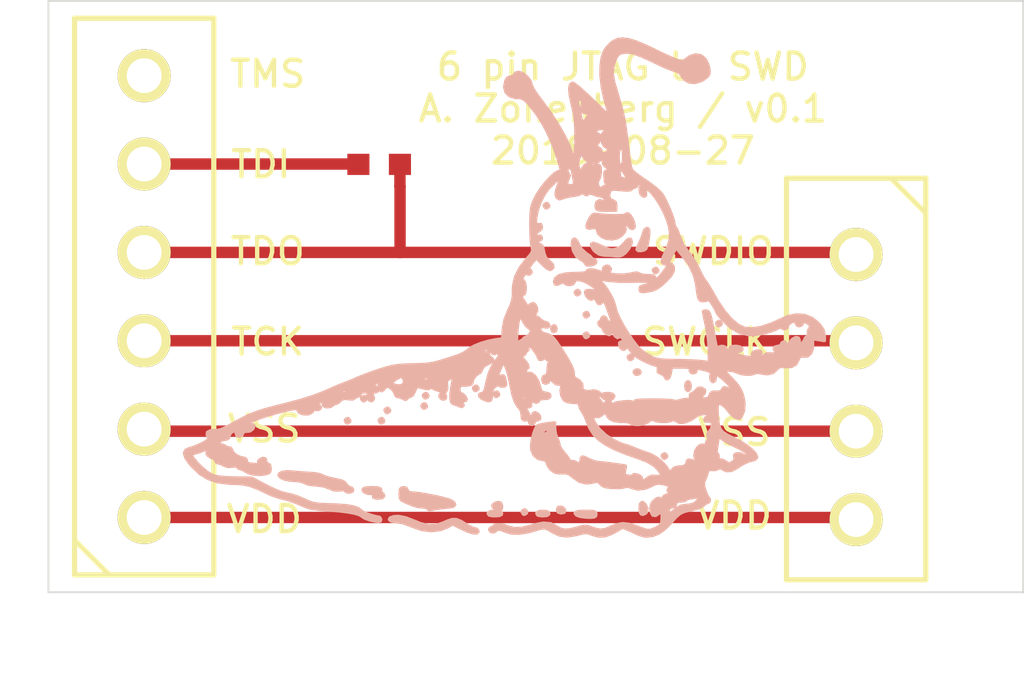
<source format=kicad_pcb>
(kicad_pcb (version 20171130) (host pcbnew "(6.0.0-rc1-dev-382-gcc26da394)")

  (general
    (thickness 1.6)
    (drawings 15)
    (tracks 14)
    (zones 0)
    (modules 4)
    (nets 7)
  )

  (page A4)
  (layers
    (0 F.Cu signal)
    (1 In1.Cu signal)
    (2 In2.Cu signal)
    (31 B.Cu signal)
    (32 B.Adhes user)
    (33 F.Adhes user)
    (34 B.Paste user)
    (35 F.Paste user)
    (36 B.SilkS user)
    (37 F.SilkS user)
    (38 B.Mask user)
    (39 F.Mask user)
    (40 Dwgs.User user)
    (41 Cmts.User user)
    (42 Eco1.User user)
    (43 Eco2.User user)
    (44 Edge.Cuts user)
    (45 Margin user)
    (46 B.CrtYd user)
    (47 F.CrtYd user)
    (48 B.Fab user)
    (49 F.Fab user)
  )

  (setup
    (last_trace_width 0.328)
    (user_trace_width 0.125)
    (user_trace_width 0.328)
    (trace_clearance 0.125)
    (zone_clearance 0.125)
    (zone_45_only no)
    (trace_min 0.125)
    (via_size 0.65)
    (via_drill 0.33)
    (via_min_size 0.65)
    (via_min_drill 0.33)
    (user_via 0.65 0.33)
    (uvia_size 0.3)
    (uvia_drill 0.1)
    (uvias_allowed no)
    (uvia_min_size 0.2)
    (uvia_min_drill 0.1)
    (edge_width 0.05)
    (segment_width 0.2)
    (pcb_text_width 0.3)
    (pcb_text_size 1.5 1.5)
    (mod_edge_width 0.12)
    (mod_text_size 0.75 0.75)
    (mod_text_width 0.125)
    (pad_size 1.524 1.524)
    (pad_drill 0.762)
    (pad_to_mask_clearance 0.05)
    (aux_axis_origin 0 0)
    (visible_elements FFFDFF7F)
    (pcbplotparams
      (layerselection 0x010fc_ffffffff)
      (usegerberextensions false)
      (usegerberattributes false)
      (usegerberadvancedattributes false)
      (creategerberjobfile false)
      (excludeedgelayer true)
      (linewidth 0.100000)
      (plotframeref false)
      (viasonmask false)
      (mode 1)
      (useauxorigin false)
      (hpglpennumber 1)
      (hpglpenspeed 20)
      (hpglpendiameter 15.000000)
      (psnegative false)
      (psa4output false)
      (plotreference true)
      (plotvalue true)
      (plotinvisibletext false)
      (padsonsilk false)
      (subtractmaskfromsilk false)
      (outputformat 1)
      (mirror false)
      (drillshape 0)
      (scaleselection 1)
      (outputdirectory "output/"))
  )

  (net 0 "")
  (net 1 "Net-(J1-Pad6)")
  (net 2 /TDI)
  (net 3 /TDO)
  (net 4 /TCK)
  (net 5 /GND)
  (net 6 /VDD)

  (net_class Default "This is the default net class."
    (clearance 0.125)
    (trace_width 0.125)
    (via_dia 0.65)
    (via_drill 0.33)
    (uvia_dia 0.3)
    (uvia_drill 0.1)
    (add_net /GND)
    (add_net /TCK)
    (add_net /TDI)
    (add_net /TDO)
    (add_net /VDD)
    (add_net "Net-(J1-Pad6)")
  )

  (module azonenberg_pcb:EIA_0402_RES_NOSILK (layer F.Cu) (tedit 53C529D9) (tstamp 5B843601)
    (at 80.5 27.2 180)
    (path /5B8431B6)
    (fp_text reference R1 (at 0 1.5 180) (layer F.SilkS) hide
      (effects (font (size 1 1) (thickness 0.15)))
    )
    (fp_text value 100 (at 0 3.5 180) (layer F.SilkS) hide
      (effects (font (size 1 1) (thickness 0.15)))
    )
    (pad 2 smd rect (at 0.597 0 180) (size 0.635 0.61) (layers F.Cu F.Paste F.Mask)
      (net 2 /TDI))
    (pad 1 smd rect (at -0.597 0 180) (size 0.635 0.61) (layers F.Cu F.Paste F.Mask)
      (net 3 /TDO))
    (model /nfs4/home/azonenberg/kicad-libs/3rdparty/walter/smd_resistors/r_0402.wrl
      (at (xyz 0 0 0))
      (scale (xyz 1 1 1))
      (rotate (xyz 0 0 0))
    )
  )

  (module azonenberg_pcb:CONN_HEADER_2.54MM_1x4 (layer F.Cu) (tedit 594B5D58) (tstamp 5B8435FB)
    (at 94.2 33.6 270)
    (path /5B8434D0)
    (fp_text reference J2 (at -3 4 270) (layer F.SilkS) hide
      (effects (font (size 1.5 1.5) (thickness 0.15)))
    )
    (fp_text value CONN_01X04 (at 1 -3 270) (layer F.Fab)
      (effects (font (size 1.5 1.5) (thickness 0.15)))
    )
    (fp_line (start -6 -2) (end -6 2) (layer F.SilkS) (width 0.15))
    (fp_line (start -6 2) (end 5.54 2) (layer F.SilkS) (width 0.15))
    (fp_line (start 5.54 2) (end 5.54 -2) (layer F.SilkS) (width 0.15))
    (fp_line (start 5.54 -2) (end -6 -2) (layer F.SilkS) (width 0.15))
    (fp_line (start -5 -2) (end -6 -1) (layer F.SilkS) (width 0.15))
    (pad 4 thru_hole circle (at 3.81 0 270) (size 1.524 1.524) (drill 1) (layers *.Cu *.Mask F.SilkS)
      (net 6 /VDD))
    (pad 3 thru_hole circle (at 1.27 0 270) (size 1.524 1.524) (drill 1) (layers *.Cu *.Mask F.SilkS)
      (net 5 /GND))
    (pad 2 thru_hole circle (at -1.27 0 270) (size 1.524 1.524) (drill 1) (layers *.Cu *.Mask F.SilkS)
      (net 4 /TCK))
    (pad 1 thru_hole circle (at -3.81 0 270) (size 1.524 1.524) (drill 1) (layers *.Cu *.Mask F.SilkS)
      (net 3 /TDO))
    (model /nfs4/home/azonenberg/kicad-libs/3rdparty/walter/pin_strip/pin_strip_4.wrl
      (at (xyz 0 0 0))
      (scale (xyz 1 1 1))
      (rotate (xyz 0 0 0))
    )
  )

  (module azonenberg_pcb:CONN_HEADER_2.54MM_1x6 (layer F.Cu) (tedit 561C4F47) (tstamp 5B8435EE)
    (at 73.75 31 90)
    (path /5B8430FC)
    (fp_text reference J1 (at 0 4 90) (layer F.SilkS) hide
      (effects (font (size 1.5 1.5) (thickness 0.15)))
    )
    (fp_text value CONN_01X06 (at 1 -3 90) (layer F.Fab)
      (effects (font (size 1.5 1.5) (thickness 0.15)))
    )
    (fp_line (start -8 -2) (end -8 2) (layer F.SilkS) (width 0.15))
    (fp_line (start -8 2) (end 8 2) (layer F.SilkS) (width 0.15))
    (fp_line (start 8 2) (end 8 -2) (layer F.SilkS) (width 0.15))
    (fp_line (start 8 -2) (end -8 -2) (layer F.SilkS) (width 0.15))
    (fp_line (start -7 -2) (end -8 -1) (layer F.SilkS) (width 0.15))
    (pad 6 thru_hole circle (at 6.35 0 90) (size 1.524 1.524) (drill 1) (layers *.Cu *.Mask F.SilkS)
      (net 1 "Net-(J1-Pad6)"))
    (pad 5 thru_hole circle (at 3.81 0 90) (size 1.524 1.524) (drill 1) (layers *.Cu *.Mask F.SilkS)
      (net 2 /TDI))
    (pad 4 thru_hole circle (at 1.27 0 90) (size 1.524 1.524) (drill 1) (layers *.Cu *.Mask F.SilkS)
      (net 3 /TDO))
    (pad 3 thru_hole circle (at -1.27 0 90) (size 1.524 1.524) (drill 1) (layers *.Cu *.Mask F.SilkS)
      (net 4 /TCK))
    (pad 2 thru_hole circle (at -3.81 0 90) (size 1.524 1.524) (drill 1) (layers *.Cu *.Mask F.SilkS)
      (net 5 /GND))
    (pad 1 thru_hole circle (at -6.35 0 90) (size 1.524 1.524) (drill 1) (layers *.Cu *.Mask F.SilkS)
      (net 6 /VDD))
    (model /nfs4/home/azonenberg/kicad-libs/3rdparty/walter/pin_strip/pin_strip_6.wrl
      (at (xyz 0 0 0))
      (scale (xyz 1 1 1))
      (rotate (xyz 0 0 0))
    )
  )

  (module azonenberg_pcb:LONGTHING-600DPI (layer B.Cu) (tedit 54B4A5F7) (tstamp 5B8439CE)
    (at 83 31.5 180)
    (fp_text reference G*** (at 3.5 0.5 180) (layer B.SilkS) hide
      (effects (font (size 1.524 1.524) (thickness 0.3)) (justify mirror))
    )
    (fp_text value LOGO (at 4 2.5 180) (layer B.SilkS) hide
      (effects (font (size 1.524 1.524) (thickness 0.3)) (justify mirror))
    )
    (fp_poly (pts (xy -2.243667 3.1115) (xy -2.277553 3.055376) (xy -2.307167 3.048) (xy -2.363291 3.081887)
      (xy -2.370667 3.1115) (xy -2.33678 3.167625) (xy -2.307167 3.175) (xy -2.251043 3.141114)
      (xy -2.243667 3.1115)) (layer B.SilkS) (width 0.1))
    (fp_poly (pts (xy -3.471492 2.527499) (xy -3.484566 2.47874) (xy -3.539185 2.467638) (xy -3.6195 2.479294)
      (xy -3.718883 2.491546) (xy -3.760395 2.47152) (xy -3.767667 2.425091) (xy -3.804676 2.309324)
      (xy -3.901675 2.223028) (xy -4.002617 2.184498) (xy -4.002617 2.417759) (xy -4.010302 2.442823)
      (xy -4.089068 2.454866) (xy -4.115571 2.455334) (xy -4.241507 2.462174) (xy -4.340906 2.478804)
      (xy -4.346288 2.480441) (xy -4.382066 2.483476) (xy -4.349519 2.445152) (xy -4.318 2.418236)
      (xy -4.190166 2.357149) (xy -4.063304 2.375631) (xy -4.002617 2.417759) (xy -4.002617 2.184498)
      (xy -4.037621 2.171136) (xy -4.191472 2.15858) (xy -4.342184 2.190292) (xy -4.459985 2.262812)
      (xy -4.54798 2.368639) (xy -4.56654 2.452934) (xy -4.514132 2.505676) (xy -4.497917 2.510819)
      (xy -4.460232 2.526114) (xy -4.503418 2.534173) (xy -4.519083 2.53509) (xy -4.572 2.551844)
      (xy -4.572 2.688167) (xy -4.593167 2.709334) (xy -4.614333 2.688167) (xy -4.593167 2.667)
      (xy -4.572 2.688167) (xy -4.572 2.551844) (xy -4.59467 2.559021) (xy -4.617017 2.592917)
      (xy -4.631324 2.601044) (xy -4.657986 2.550584) (xy -4.709841 2.480451) (xy -4.772845 2.456554)
      (xy -4.818534 2.48404) (xy -4.826 2.520194) (xy -4.806966 2.624699) (xy -4.760099 2.738634)
      (xy -4.700749 2.832781) (xy -4.644268 2.877921) (xy -4.63766 2.878667) (xy -4.579901 2.861952)
      (xy -4.57204 2.846917) (xy -4.533436 2.833079) (xy -4.431949 2.825242) (xy -4.28913 2.823149)
      (xy -4.126532 2.826543) (xy -3.965706 2.835164) (xy -3.828205 2.848755) (xy -3.779832 2.856396)
      (xy -3.682898 2.864681) (xy -3.618929 2.830749) (xy -3.556647 2.74291) (xy -3.500522 2.631908)
      (xy -3.472283 2.538971) (xy -3.471492 2.527499)) (layer B.SilkS) (width 0.1))
    (fp_poly (pts (xy -4.910549 1.852084) (xy -4.94452 1.824575) (xy -5.021843 1.822215) (xy -5.106091 1.841802)
      (xy -5.156231 1.87367) (xy -5.184161 1.942) (xy -5.212007 2.065655) (xy -5.230383 2.19117)
      (xy -5.243974 2.336872) (xy -5.241253 2.417219) (xy -5.219583 2.450411) (xy -5.192108 2.455334)
      (xy -5.132023 2.417271) (xy -5.100233 2.338917) (xy -5.066053 2.225922) (xy -5.010406 2.089041)
      (xy -4.993476 2.053167) (xy -4.94303 1.943675) (xy -4.913633 1.867038) (xy -4.910549 1.852084)) (layer B.SilkS) (width 0.1))
    (fp_poly (pts (xy -3.601873 2.004611) (xy -3.609252 1.935983) (xy -3.663838 1.846431) (xy -3.710348 1.797146)
      (xy -3.81981 1.723368) (xy -3.956896 1.694632) (xy -4.017265 1.692756) (xy -4.155549 1.688347)
      (xy -4.269608 1.677978) (xy -4.296833 1.673248) (xy -4.405202 1.673821) (xy -4.471518 1.691694)
      (xy -4.572259 1.764403) (xy -4.666162 1.87998) (xy -4.728843 2.004211) (xy -4.741333 2.070286)
      (xy -4.720811 2.144268) (xy -4.667263 2.149041) (xy -4.592721 2.087081) (xy -4.550833 2.031094)
      (xy -4.424 1.910852) (xy -4.307944 1.860393) (xy -4.203624 1.840662) (xy -4.107775 1.850435)
      (xy -3.986539 1.895364) (xy -3.922859 1.924677) (xy -3.792693 1.982581) (xy -3.690221 2.021548)
      (xy -3.647165 2.032) (xy -3.601873 2.004611)) (layer B.SilkS) (width 0.1))
    (fp_poly (pts (xy -3.048 2.006782) (xy -3.081316 1.821602) (xy -3.171555 1.666292) (xy -3.304152 1.565514)
      (xy -3.310068 1.562992) (xy -3.394345 1.510801) (xy -3.429 1.455365) (xy -3.464557 1.409491)
      (xy -3.569722 1.408677) (xy -3.65125 1.426182) (xy -3.710697 1.467746) (xy -3.721987 1.525521)
      (xy -3.682432 1.563908) (xy -3.661833 1.566334) (xy -3.605465 1.586972) (xy -3.598333 1.604486)
      (xy -3.565125 1.647821) (xy -3.482025 1.710198) (xy -3.446464 1.732243) (xy -3.295244 1.869073)
      (xy -3.228376 1.990424) (xy -3.166011 2.110773) (xy -3.108884 2.156427) (xy -3.066443 2.12653)
      (xy -3.048141 2.020225) (xy -3.048 2.006782)) (layer B.SilkS) (width 0.1))
    (fp_poly (pts (xy -3.945059 1.30175) (xy -3.956368 1.245601) (xy -4.031262 1.227795) (xy -4.042833 1.227667)
      (xy -4.124936 1.242295) (xy -4.141891 1.294083) (xy -4.140608 1.30175) (xy -4.092671 1.362709)
      (xy -4.042833 1.375834) (xy -3.967936 1.343722) (xy -3.945059 1.30175)) (layer B.SilkS) (width 0.1))
    (fp_poly (pts (xy -5.376333 1.248834) (xy -5.41022 1.19271) (xy -5.439833 1.185334) (xy -5.495958 1.21922)
      (xy -5.503333 1.248834) (xy -5.469447 1.304958) (xy -5.439833 1.312334) (xy -5.383709 1.278447)
      (xy -5.376333 1.248834)) (layer B.SilkS) (width 0.1))
    (fp_poly (pts (xy -3.132667 0.613834) (xy -3.166553 0.55771) (xy -3.196167 0.550334) (xy -3.252291 0.58422)
      (xy -3.259667 0.613834) (xy -3.22578 0.669958) (xy -3.196167 0.677334) (xy -3.140043 0.643447)
      (xy -3.132667 0.613834)) (layer B.SilkS) (width 0.1))
    (fp_poly (pts (xy -3.386667 -0.021166) (xy -3.420553 -0.07729) (xy -3.450167 -0.084666) (xy -3.506291 -0.05078)
      (xy -3.513667 -0.021166) (xy -3.47978 0.034958) (xy -3.450167 0.042334) (xy -3.394043 0.008447)
      (xy -3.386667 -0.021166)) (layer B.SilkS) (width 0.1))
    (fp_poly (pts (xy -7.196667 -0.275166) (xy -7.230553 -0.33129) (xy -7.260167 -0.338666) (xy -7.316291 -0.30478)
      (xy -7.323667 -0.275166) (xy -7.28978 -0.219042) (xy -7.260167 -0.211666) (xy -7.204043 -0.245553)
      (xy -7.196667 -0.275166)) (layer B.SilkS) (width 0.1))
    (fp_poly (pts (xy -9.482667 -0.275166) (xy -9.51796 -0.32688) (xy -9.567333 -0.338666) (xy -9.636286 -0.312196)
      (xy -9.652 -0.275166) (xy -9.616707 -0.223452) (xy -9.567333 -0.211666) (xy -9.498381 -0.238136)
      (xy -9.482667 -0.275166)) (layer B.SilkS) (width 0.1))
    (fp_poly (pts (xy -2.455333 -0.423333) (xy -2.481803 -0.492285) (xy -2.518833 -0.508) (xy -2.570548 -0.472706)
      (xy -2.582333 -0.423333) (xy -2.555864 -0.354381) (xy -2.518833 -0.338666) (xy -2.467119 -0.373959)
      (xy -2.455333 -0.423333)) (layer B.SilkS) (width 0.1))
    (fp_poly (pts (xy -3.386667 -0.613833) (xy -3.420553 -0.669957) (xy -3.450167 -0.677333) (xy -3.506291 -0.643446)
      (xy -3.513667 -0.613833) (xy -3.47978 -0.557709) (xy -3.450167 -0.550333) (xy -3.394043 -0.584219)
      (xy -3.386667 -0.613833)) (layer B.SilkS) (width 0.1))
    (fp_poly (pts (xy -4.409648 -0.827224) (xy -4.412674 -0.902781) (xy -4.428363 -0.949037) (xy -4.473419 -1.000082)
      (xy -4.533106 -1.015918) (xy -4.570453 -0.989315) (xy -4.572 -0.977129) (xy -4.548577 -0.877661)
      (xy -4.49276 -0.813025) (xy -4.461638 -0.804333) (xy -4.409648 -0.827224)) (layer B.SilkS) (width 0.1))
    (fp_poly (pts (xy -7.585579 -1.005416) (xy -7.635857 -1.068323) (xy -7.741876 -1.087965) (xy -7.84225 -1.072228)
      (xy -7.915568 -1.033202) (xy -7.917316 -0.986949) (xy -7.857718 -0.948114) (xy -7.746997 -0.931343)
      (xy -7.743896 -0.931333) (xy -7.633301 -0.937792) (xy -7.587683 -0.96313) (xy -7.585579 -1.005416)) (layer B.SilkS) (width 0.1))
    (fp_poly (pts (xy -8.220508 -1.153583) (xy -8.229771 -1.206875) (xy -8.297632 -1.226574) (xy -8.336563 -1.227666)
      (xy -8.430461 -1.215404) (xy -8.464625 -1.168455) (xy -8.466667 -1.140188) (xy -8.449981 -1.077672)
      (xy -8.384262 -1.063214) (xy -8.350612 -1.066104) (xy -8.254099 -1.102244) (xy -8.220508 -1.153583)) (layer B.SilkS) (width 0.1))
    (fp_poly (pts (xy -4.656667 -1.248833) (xy -4.690553 -1.304957) (xy -4.720167 -1.312333) (xy -4.776291 -1.278446)
      (xy -4.783667 -1.248833) (xy -4.74978 -1.192709) (xy -4.720167 -1.185333) (xy -4.664043 -1.219219)
      (xy -4.656667 -1.248833)) (layer B.SilkS) (width 0.1))
    (fp_poly (pts (xy -6.434667 -1.629833) (xy -6.46996 -1.681547) (xy -6.519333 -1.693333) (xy -6.588286 -1.666863)
      (xy -6.604 -1.629833) (xy -6.568707 -1.578119) (xy -6.519333 -1.566333) (xy -6.450381 -1.592803)
      (xy -6.434667 -1.629833)) (layer B.SilkS) (width 0.1))
    (fp_poly (pts (xy -4.826 -1.672166) (xy -4.861293 -1.72388) (xy -4.910667 -1.735666) (xy -4.979619 -1.709196)
      (xy -4.995333 -1.672166) (xy -4.96004 -1.620452) (xy -4.910667 -1.608666) (xy -4.841715 -1.635136)
      (xy -4.826 -1.672166)) (layer B.SilkS) (width 0.1))
    (fp_poly (pts (xy -6.307667 -2.074333) (xy -6.326599 -2.175159) (xy -6.371167 -2.201333) (xy -6.42158 -2.163469)
      (xy -6.434667 -2.074333) (xy -6.415735 -1.973507) (xy -6.371167 -1.947333) (xy -6.320754 -1.985197)
      (xy -6.307667 -2.074333)) (layer B.SilkS) (width 0.1))
    (fp_poly (pts (xy -3.894667 -2.34497) (xy -3.930944 -2.404679) (xy -4.016693 -2.445409) (xy -4.117289 -2.458001)
      (xy -4.19811 -2.433292) (xy -4.205111 -2.427111) (xy -4.239871 -2.358558) (xy -4.198696 -2.309035)
      (xy -4.0896 -2.286556) (xy -4.064 -2.286) (xy -3.942343 -2.298116) (xy -3.895619 -2.335954)
      (xy -3.894667 -2.34497)) (layer B.SilkS) (width 0.1))
    (fp_poly (pts (xy -5.630333 -4.085166) (xy -5.66422 -4.14129) (xy -5.693833 -4.148666) (xy -5.749958 -4.11478)
      (xy -5.757333 -4.085166) (xy -5.723447 -4.029042) (xy -5.693833 -4.021666) (xy -5.637709 -4.055553)
      (xy -5.630333 -4.085166)) (layer B.SilkS) (width 0.1))
    (fp_poly (pts (xy -0.931333 -1.946004) (xy -0.942261 -2.037197) (xy -0.989754 -2.070903) (xy -1.04053 -2.074333)
      (xy -1.113121 -2.06653) (xy -1.134194 -2.026255) (xy -1.120252 -1.93675) (xy -1.093638 -1.82714)
      (xy -1.066617 -1.782134) (xy -1.023224 -1.783111) (xy -0.996659 -1.792608) (xy -0.946768 -1.852655)
      (xy -0.931333 -1.946004)) (layer B.SilkS) (width 0.1))
    (fp_poly (pts (xy -0.211667 -2.137833) (xy -0.245553 -2.193957) (xy -0.275167 -2.201333) (xy -0.331291 -2.167446)
      (xy -0.338667 -2.137833) (xy -0.30478 -2.081709) (xy -0.275167 -2.074333) (xy -0.219043 -2.108219)
      (xy -0.211667 -2.137833)) (layer B.SilkS) (width 0.1))
    (fp_poly (pts (xy -0.804333 -2.307166) (xy -0.83822 -2.36329) (xy -0.867833 -2.370666) (xy -0.923958 -2.33678)
      (xy -0.931333 -2.307166) (xy -0.897447 -2.251042) (xy -0.867833 -2.243666) (xy -0.811709 -2.277553)
      (xy -0.804333 -2.307166)) (layer B.SilkS) (width 0.1))
    (fp_poly (pts (xy 1.227667 -2.3495) (xy 1.19378 -2.405624) (xy 1.164167 -2.413) (xy 1.108042 -2.379113)
      (xy 1.100667 -2.3495) (xy 1.134553 -2.293375) (xy 1.164167 -2.286) (xy 1.220291 -2.319886)
      (xy 1.227667 -2.3495)) (layer B.SilkS) (width 0.1))
    (fp_poly (pts (xy 0.753477 -2.370606) (xy 0.714261 -2.427261) (xy 0.666264 -2.447367) (xy 0.606007 -2.431769)
      (xy 0.592667 -2.37377) (xy 0.620558 -2.301395) (xy 0.680437 -2.286) (xy 0.743161 -2.312607)
      (xy 0.753477 -2.370606)) (layer B.SilkS) (width 0.1))
    (fp_poly (pts (xy 3.005667 -2.434166) (xy 2.97178 -2.49029) (xy 2.942167 -2.497666) (xy 2.886042 -2.46378)
      (xy 2.878667 -2.434166) (xy 2.912553 -2.378042) (xy 2.942167 -2.370666) (xy 2.998291 -2.404553)
      (xy 3.005667 -2.434166)) (layer B.SilkS) (width 0.1))
    (fp_poly (pts (xy 2.829279 -2.349751) (xy 2.816179 -2.409809) (xy 2.768857 -2.480827) (xy 2.710519 -2.492674)
      (xy 2.670934 -2.444979) (xy 2.667 -2.411671) (xy 2.695404 -2.32993) (xy 2.732326 -2.300608)
      (xy 2.808381 -2.293291) (xy 2.829279 -2.349751)) (layer B.SilkS) (width 0.1))
    (fp_poly (pts (xy 1.27 -2.645833) (xy 1.236113 -2.701957) (xy 1.2065 -2.709333) (xy 1.150376 -2.675446)
      (xy 1.143 -2.645833) (xy 1.176886 -2.589709) (xy 1.2065 -2.582333) (xy 1.262624 -2.616219)
      (xy 1.27 -2.645833)) (layer B.SilkS) (width 0.1))
    (fp_poly (pts (xy 2.328333 -2.772833) (xy 2.294447 -2.828957) (xy 2.264833 -2.836333) (xy 2.208709 -2.802446)
      (xy 2.201333 -2.772833) (xy 2.23522 -2.716709) (xy 2.264833 -2.709333) (xy 2.320957 -2.743219)
      (xy 2.328333 -2.772833)) (layer B.SilkS) (width 0.1))
    (fp_poly (pts (xy 3.471333 -3.069166) (xy 3.437447 -3.12529) (xy 3.407833 -3.132666) (xy 3.351709 -3.09878)
      (xy 3.344333 -3.069166) (xy 3.37822 -3.013042) (xy 3.407833 -3.005666) (xy 3.463957 -3.039553)
      (xy 3.471333 -3.069166)) (layer B.SilkS) (width 0.1))
    (fp_poly (pts (xy 2.497667 -3.069166) (xy 2.46378 -3.12529) (xy 2.434167 -3.132666) (xy 2.378042 -3.09878)
      (xy 2.370667 -3.069166) (xy 2.404553 -3.013042) (xy 2.434167 -3.005666) (xy 2.490291 -3.039553)
      (xy 2.497667 -3.069166)) (layer B.SilkS) (width 0.1))
    (fp_poly (pts (xy -1.820333 -3.1115) (xy -1.85422 -3.167624) (xy -1.883833 -3.175) (xy -1.939958 -3.141113)
      (xy -1.947333 -3.1115) (xy -1.982627 -3.059785) (xy -2.032 -3.048) (xy -2.102356 -3.02082)
      (xy -2.110281 -2.954805) (xy -2.065867 -2.887133) (xy -1.983431 -2.838461) (xy -1.924046 -2.864424)
      (xy -1.905 -2.942166) (xy -1.890509 -3.021724) (xy -1.862667 -3.048) (xy -1.82511 -3.082288)
      (xy -1.820333 -3.1115)) (layer B.SilkS) (width 0.1))
    (fp_poly (pts (xy 5.376333 -4.632165) (xy 5.337256 -4.68933) (xy 5.233012 -4.738166) (xy 5.083076 -4.77222)
      (xy 4.914933 -4.785013) (xy 4.777573 -4.799088) (xy 4.664992 -4.832812) (xy 4.637992 -4.848513)
      (xy 4.540613 -4.887805) (xy 4.39279 -4.90886) (xy 4.332379 -4.910666) (xy 4.08985 -4.941519)
      (xy 3.941627 -4.997875) (xy 3.787148 -5.057527) (xy 3.643268 -5.06014) (xy 3.622824 -5.056663)
      (xy 3.510086 -5.047249) (xy 3.471339 -5.074702) (xy 3.471333 -5.075288) (xy 3.435136 -5.110641)
      (xy 3.3655 -5.122333) (xy 3.280381 -5.100253) (xy 3.259667 -5.058833) (xy 3.294333 -5.005271)
      (xy 3.334295 -4.995333) (xy 3.407926 -4.960497) (xy 3.450711 -4.901977) (xy 3.49302 -4.846212)
      (xy 3.573976 -4.804757) (xy 3.712942 -4.769069) (xy 3.782144 -4.755762) (xy 3.938233 -4.721326)
      (xy 4.066557 -4.682328) (xy 4.137978 -4.648034) (xy 4.212981 -4.618082) (xy 4.343038 -4.594305)
      (xy 4.483333 -4.582785) (xy 4.668898 -4.572909) (xy 4.855585 -4.558287) (xy 4.964571 -4.546694)
      (xy 5.14984 -4.536062) (xy 5.287801 -4.554295) (xy 5.364847 -4.598568) (xy 5.376333 -4.632165)) (layer B.SilkS) (width 0.1))
    (fp_poly (pts (xy 2.963333 -5.058026) (xy 2.926888 -5.112269) (xy 2.840941 -5.150717) (xy 2.740579 -5.161271)
      (xy 2.693053 -5.151232) (xy 2.65174 -5.156104) (xy 2.655562 -5.210167) (xy 2.657274 -5.264524)
      (xy 2.610511 -5.287571) (xy 2.523771 -5.291666) (xy 2.412243 -5.278796) (xy 2.371355 -5.237291)
      (xy 2.370667 -5.228166) (xy 2.393525 -5.17183) (xy 2.413 -5.164666) (xy 2.447395 -5.12921)
      (xy 2.455333 -5.08) (xy 2.464601 -5.032711) (xy 2.505313 -5.007159) (xy 2.596832 -4.996889)
      (xy 2.709333 -4.995333) (xy 2.857309 -5.000328) (xy 2.936663 -5.017881) (xy 2.962991 -5.051841)
      (xy 2.963333 -5.058026)) (layer B.SilkS) (width 0.1))
    (fp_poly (pts (xy 1.897385 -5.16677) (xy 1.890518 -5.282878) (xy 1.855048 -5.346469) (xy 1.785959 -5.384385)
      (xy 1.662236 -5.435656) (xy 1.538769 -5.488115) (xy 1.398511 -5.52902) (xy 1.253019 -5.545666)
      (xy 1.153435 -5.556027) (xy 1.102421 -5.581592) (xy 1.100667 -5.588) (xy 1.090854 -5.615284)
      (xy 1.049622 -5.623269) (xy 0.95928 -5.6118) (xy 0.8255 -5.585571) (xy 0.667854 -5.561112)
      (xy 0.510413 -5.548405) (xy 0.497417 -5.548106) (xy 0.377746 -5.527614) (xy 0.331903 -5.480248)
      (xy 0.359536 -5.419944) (xy 0.460292 -5.360638) (xy 0.502536 -5.345804) (xy 0.683993 -5.296146)
      (xy 0.903707 -5.246185) (xy 1.132447 -5.201578) (xy 1.340985 -5.167981) (xy 1.50009 -5.151048)
      (xy 1.511887 -5.1505) (xy 1.630534 -5.137996) (xy 1.684202 -5.106951) (xy 1.693332 -5.069416)
      (xy 1.726632 -5.008468) (xy 1.794176 -4.995333) (xy 1.859201 -5.005548) (xy 1.88885 -5.051826)
      (xy 1.897244 -5.157618) (xy 1.897385 -5.16677)) (layer B.SilkS) (width 0.1))
    (fp_poly (pts (xy -0.76826 -5.495888) (xy -0.779336 -5.557724) (xy -0.85725 -5.603651) (xy -0.959663 -5.625607)
      (xy -1.004824 -5.609423) (xy -1.015854 -5.54357) (xy -1.016 -5.5245) (xy -0.992755 -5.440401)
      (xy -0.919174 -5.419965) (xy -0.828963 -5.444362) (xy -0.76826 -5.495888)) (layer B.SilkS) (width 0.1))
    (fp_poly (pts (xy -2.624667 -5.627389) (xy -2.647279 -5.694971) (xy -2.728162 -5.714966) (xy -2.733604 -5.715)
      (xy -2.814047 -5.699524) (xy -2.829198 -5.645317) (xy -2.828422 -5.640916) (xy -2.780109 -5.576929)
      (xy -2.719484 -5.553305) (xy -2.645156 -5.561474) (xy -2.624667 -5.626999) (xy -2.624667 -5.627389)) (layer B.SilkS) (width 0.1))
    (fp_poly (pts (xy -1.608667 -5.693833) (xy -1.642553 -5.749957) (xy -1.672167 -5.757333) (xy -1.728291 -5.723446)
      (xy -1.735667 -5.693833) (xy -1.70178 -5.637709) (xy -1.672167 -5.630333) (xy -1.616043 -5.664219)
      (xy -1.608667 -5.693833)) (layer B.SilkS) (width 0.1))
    (fp_poly (pts (xy -4.995333 -5.588) (xy -5.002701 -5.699223) (xy -5.031805 -5.748264) (xy -5.077147 -5.757333)
      (xy -5.155598 -5.721932) (xy -5.184993 -5.675314) (xy -5.184197 -5.580533) (xy -5.141846 -5.48529)
      (xy -5.076772 -5.425032) (xy -5.04865 -5.418666) (xy -5.01077 -5.45827) (xy -4.995505 -5.570785)
      (xy -4.995333 -5.588)) (layer B.SilkS) (width 0.1))
    (fp_poly (pts (xy -0.635 -5.736166) (xy -0.659931 -5.77802) (xy -0.744702 -5.797084) (xy -0.8255 -5.799666)
      (xy -0.951061 -5.791356) (xy -1.008254 -5.763099) (xy -1.016 -5.736166) (xy -0.991069 -5.694312)
      (xy -0.906299 -5.675248) (xy -0.8255 -5.672666) (xy -0.699939 -5.680976) (xy -0.642746 -5.709233)
      (xy -0.635 -5.736166)) (layer B.SilkS) (width 0.1))
    (fp_poly (pts (xy -2.032 -5.736166) (xy -2.059962 -5.78032) (xy -2.152651 -5.798514) (xy -2.201333 -5.799666)
      (xy -2.319076 -5.789181) (xy -2.367594 -5.754422) (xy -2.370667 -5.736166) (xy -2.342705 -5.692013)
      (xy -2.250016 -5.673819) (xy -2.201333 -5.672666) (xy -2.083591 -5.683152) (xy -2.035073 -5.71791)
      (xy -2.032 -5.736166)) (layer B.SilkS) (width 0.1))
    (fp_poly (pts (xy -3.132667 -5.730875) (xy -3.172401 -5.780327) (xy -3.282089 -5.817455) (xy -3.447457 -5.838559)
      (xy -3.561292 -5.842) (xy -3.66995 -5.834401) (xy -3.717019 -5.803927) (xy -3.725333 -5.757333)
      (xy -3.717339 -5.712838) (xy -3.681285 -5.687347) (xy -3.59907 -5.675689) (xy -3.452588 -5.67269)
      (xy -3.429 -5.672666) (xy -3.264079 -5.677132) (xy -3.170218 -5.69226) (xy -3.134193 -5.720648)
      (xy -3.132667 -5.730875)) (layer B.SilkS) (width 0.1))
    (fp_poly (pts (xy 2.204772 -5.908619) (xy 2.158375 -5.947348) (xy 2.048518 -5.968117) (xy 2.014634 -5.969)
      (xy 1.8199 -5.998395) (xy 1.588921 -6.082382) (xy 1.559551 -6.095966) (xy 1.27157 -6.196234)
      (xy 0.986186 -6.228345) (xy 0.720469 -6.191736) (xy 0.562524 -6.128793) (xy 0.384215 -6.034351)
      (xy 0.156821 -6.149491) (xy -0.046058 -6.241939) (xy -0.20104 -6.291036) (xy -0.300934 -6.295332)
      (xy -0.338547 -6.253376) (xy -0.338667 -6.249458) (xy -0.30375 -6.191829) (xy -0.259908 -6.180666)
      (xy -0.178608 -6.1578) (xy -0.065626 -6.100139) (xy -0.016536 -6.068957) (xy 0.151208 -5.964014)
      (xy 0.28145 -5.911912) (xy 0.400147 -5.909443) (xy 0.53326 -5.953402) (xy 0.612342 -5.991287)
      (xy 0.840515 -6.0741) (xy 1.070297 -6.086346) (xy 1.31894 -6.027573) (xy 1.4605 -5.969219)
      (xy 1.730057 -5.863959) (xy 1.949238 -5.821072) (xy 2.082323 -5.828781) (xy 2.181493 -5.864805)
      (xy 2.204772 -5.908619)) (layer B.SilkS) (width 0.1))
    (fp_poly (pts (xy 8.090876 -4.003078) (xy 8.054249 -4.124198) (xy 7.945158 -4.285131) (xy 7.869197 -4.374639)
      (xy 7.650052 -4.582762) (xy 7.41159 -4.729371) (xy 7.137892 -4.820799) (xy 6.813041 -4.86338)
      (xy 6.628405 -4.868333) (xy 6.410173 -4.882465) (xy 6.198262 -4.929782) (xy 5.967337 -5.017664)
      (xy 5.745156 -5.125621) (xy 5.570384 -5.203312) (xy 5.381112 -5.268035) (xy 5.269184 -5.295492)
      (xy 5.108046 -5.337039) (xy 4.916244 -5.403166) (xy 4.752749 -5.471777) (xy 4.620517 -5.529946)
      (xy 4.501407 -5.570404) (xy 4.372133 -5.59782) (xy 4.209411 -5.61686) (xy 3.989955 -5.632193)
      (xy 3.937555 -5.635206) (xy 3.657783 -5.656806) (xy 3.411337 -5.687125) (xy 3.211327 -5.7238)
      (xy 3.070867 -5.764467) (xy 3.005667 -5.80318) (xy 2.918705 -5.863304) (xy 2.772238 -5.916544)
      (xy 2.63525 -5.946638) (xy 2.520742 -5.960258) (xy 2.467607 -5.947919) (xy 2.455333 -5.909221)
      (xy 2.48689 -5.850725) (xy 2.517354 -5.842) (xy 2.597154 -5.828527) (xy 2.715338 -5.79491)
      (xy 2.842329 -5.751349) (xy 2.948553 -5.708042) (xy 3.004434 -5.675191) (xy 3.005667 -5.673591)
      (xy 3.085783 -5.603192) (xy 3.223512 -5.550899) (xy 3.426515 -5.515018) (xy 3.702453 -5.493851)
      (xy 3.839806 -5.488998) (xy 4.069197 -5.481669) (xy 4.235622 -5.4711) (xy 4.360779 -5.453375)
      (xy 4.466364 -5.42458) (xy 4.574076 -5.380798) (xy 4.657638 -5.34142) (xy 4.832277 -5.267832)
      (xy 5.012851 -5.208692) (xy 5.144472 -5.179575) (xy 5.305884 -5.138275) (xy 5.516424 -5.054684)
      (xy 5.756844 -4.936446) (xy 5.757333 -4.936184) (xy 6.1595 -4.721234) (xy 6.646333 -4.715643)
      (xy 6.9436 -4.704888) (xy 7.158604 -4.680311) (xy 7.281333 -4.646906) (xy 7.42319 -4.563586)
      (xy 7.583889 -4.435286) (xy 7.735018 -4.287281) (xy 7.848164 -4.144844) (xy 7.851369 -4.139825)
      (xy 7.896993 -4.059948) (xy 7.887455 -4.023281) (xy 7.813173 -4.001682) (xy 7.803644 -3.999655)
      (xy 7.67781 -3.963708) (xy 7.54448 -3.913247) (xy 7.433078 -3.866984) (xy 7.386108 -3.859043)
      (xy 7.391443 -3.891591) (xy 7.417502 -3.935949) (xy 7.445837 -4.008234) (xy 7.408338 -4.065066)
      (xy 7.38611 -4.08277) (xy 7.300826 -4.132649) (xy 7.249583 -4.14732) (xy 7.202656 -4.182758)
      (xy 7.196667 -4.212166) (xy 7.161933 -4.266533) (xy 7.122583 -4.277013) (xy 7.03065 -4.302804)
      (xy 6.967216 -4.339861) (xy 6.849673 -4.381948) (xy 6.723799 -4.375438) (xy 6.604816 -4.36774)
      (xy 6.561802 -4.394585) (xy 6.561667 -4.397256) (xy 6.526987 -4.438283) (xy 6.490917 -4.445)
      (xy 6.404421 -4.472013) (xy 6.346036 -4.512087) (xy 6.234861 -4.569791) (xy 6.07252 -4.603765)
      (xy 5.890343 -4.60933) (xy 5.781181 -4.596462) (xy 5.679641 -4.568329) (xy 5.637716 -4.519433)
      (xy 5.630333 -4.443081) (xy 5.649508 -4.343669) (xy 5.693833 -4.318) (xy 5.745547 -4.282706)
      (xy 5.757333 -4.233333) (xy 5.774209 -4.163801) (xy 5.835091 -4.153554) (xy 5.902037 -4.174362)
      (xy 5.958896 -4.230808) (xy 5.961703 -4.308552) (xy 5.9119 -4.367327) (xy 5.894917 -4.373485)
      (xy 5.844916 -4.389559) (xy 5.876498 -4.396592) (xy 5.892418 -4.397755) (xy 5.968608 -4.38014)
      (xy 5.990167 -4.360333) (xy 6.046459 -4.331704) (xy 6.149045 -4.318164) (xy 6.161998 -4.318)
      (xy 6.263065 -4.30817) (xy 6.303315 -4.26998) (xy 6.307667 -4.233333) (xy 6.335922 -4.162998)
      (xy 6.375352 -4.148666) (xy 6.486223 -4.126538) (xy 6.601524 -4.071763) (xy 6.692642 -4.00176)
      (xy 6.730965 -3.933945) (xy 6.731 -3.932176) (xy 6.763449 -3.864651) (xy 6.813168 -3.852333)
      (xy 6.894209 -3.832894) (xy 6.9215 -3.81) (xy 6.98121 -3.774437) (xy 7.029832 -3.767666)
      (xy 7.097119 -3.742439) (xy 7.112 -3.708695) (xy 7.073769 -3.642726) (xy 6.971718 -3.604252)
      (xy 6.896871 -3.598333) (xy 6.828422 -3.56657) (xy 6.815667 -3.515156) (xy 6.781567 -3.429466)
      (xy 6.733783 -3.388156) (xy 6.647422 -3.349685) (xy 6.610955 -3.364923) (xy 6.604 -3.429)
      (xy 6.57531 -3.495998) (xy 6.512025 -3.513096) (xy 6.448323 -3.479774) (xy 6.423117 -3.431739)
      (xy 6.380427 -3.371365) (xy 6.313863 -3.37278) (xy 6.216601 -3.362394) (xy 6.131936 -3.30084)
      (xy 6.096 -3.214818) (xy 6.13114 -3.182563) (xy 6.239023 -3.187146) (xy 6.244167 -3.187966)
      (xy 6.341478 -3.199046) (xy 6.390816 -3.195443) (xy 6.392333 -3.192971) (xy 6.354263 -3.158636)
      (xy 6.25058 -3.107008) (xy 6.097077 -3.044068) (xy 5.909548 -2.975794) (xy 5.703786 -2.908167)
      (xy 5.495582 -2.847168) (xy 5.439833 -2.832307) (xy 5.201846 -2.771861) (xy 5.033616 -2.73372)
      (xy 4.923543 -2.716746) (xy 4.860027 -2.719798) (xy 4.83147 -2.741739) (xy 4.826 -2.772026)
      (xy 4.788821 -2.829126) (xy 4.695774 -2.865049) (xy 4.574594 -2.871999) (xy 4.5085 -2.861282)
      (xy 4.419986 -2.808145) (xy 4.399324 -2.740276) (xy 4.3895 -2.687391) (xy 4.37463 -2.69875)
      (xy 4.324001 -2.743134) (xy 4.25167 -2.747615) (xy 4.198152 -2.714527) (xy 4.191 -2.688166)
      (xy 4.224886 -2.632042) (xy 4.2545 -2.624666) (xy 4.310836 -2.601807) (xy 4.318 -2.582333)
      (xy 4.282703 -2.547454) (xy 4.236861 -2.54) (xy 4.159038 -2.515803) (xy 4.13437 -2.487083)
      (xy 4.118453 -2.483539) (xy 4.109738 -2.548522) (xy 4.109675 -2.550583) (xy 4.094921 -2.633545)
      (xy 4.039299 -2.66392) (xy 3.979333 -2.667) (xy 3.890162 -2.654737) (xy 3.852343 -2.625193)
      (xy 3.852333 -2.624666) (xy 3.817329 -2.588942) (xy 3.777075 -2.582333) (xy 3.711338 -2.558248)
      (xy 3.711338 -2.271719) (xy 3.679987 -2.245396) (xy 3.640667 -2.2225) (xy 3.520961 -2.168454)
      (xy 3.447608 -2.174672) (xy 3.413691 -2.2225) (xy 3.415219 -2.263163) (xy 3.471888 -2.281533)
      (xy 3.567912 -2.284499) (xy 3.677171 -2.282034) (xy 3.711338 -2.271719) (xy 3.711338 -2.558248)
      (xy 3.694489 -2.552076) (xy 3.626487 -2.494354) (xy 3.559281 -2.437556) (xy 3.472839 -2.423803)
      (xy 3.384245 -2.434575) (xy 3.264003 -2.444282) (xy 3.217745 -2.420969) (xy 3.217333 -2.416721)
      (xy 3.181913 -2.379316) (xy 3.132667 -2.370666) (xy 3.063714 -2.344196) (xy 3.048 -2.307166)
      (xy 3.035006 -2.265473) (xy 2.985343 -2.242878) (xy 2.882993 -2.236191) (xy 2.719917 -2.241794)
      (xy 2.602711 -2.240882) (xy 2.549473 -2.217524) (xy 2.54 -2.18265) (xy 2.574011 -2.10886)
      (xy 2.6035 -2.089642) (xy 2.659804 -2.033809) (xy 2.667 -2.001774) (xy 2.640021 -1.958051)
      (xy 2.600037 -1.96397) (xy 2.523183 -1.986693) (xy 2.500075 -1.989666) (xy 2.482274 -2.024946)
      (xy 2.487305 -2.0955) (xy 2.477612 -2.177022) (xy 2.429179 -2.2056) (xy 2.373008 -2.171289)
      (xy 2.355358 -2.137833) (xy 2.297122 -2.082075) (xy 2.260544 -2.074333) (xy 2.178746 -2.107748)
      (xy 2.138232 -2.145509) (xy 2.138232 -2.008269) (xy 2.128744 -1.952131) (xy 2.036835 -1.878297)
      (xy 1.992758 -1.852396) (xy 1.899393 -1.804358) (xy 1.848097 -1.79921) (xy 1.808188 -1.836536)
      (xy 1.798372 -1.849745) (xy 1.766723 -1.948206) (xy 1.783342 -1.999648) (xy 1.847173 -2.060163)
      (xy 1.955731 -2.069486) (xy 2.065481 -2.047198) (xy 2.138232 -2.008269) (xy 2.138232 -2.145509)
      (xy 2.094564 -2.18621) (xy 2.0392 -2.277049) (xy 2.032 -2.313644) (xy 1.997931 -2.363984)
      (xy 1.967925 -2.370666) (xy 1.882275 -2.391309) (xy 1.814228 -2.423583) (xy 1.742306 -2.455171)
      (xy 1.708843 -2.432012) (xy 1.705441 -2.423583) (xy 1.652225 -2.377686) (xy 1.613643 -2.370666)
      (xy 1.546688 -2.331061) (xy 1.487557 -2.222805) (xy 1.486137 -2.218923) (xy 1.455293 -2.138317)
      (xy 1.422073 -2.09702) (xy 1.364887 -2.090065) (xy 1.262144 -2.112486) (xy 1.242086 -2.11802)
      (xy 1.242086 -1.873823) (xy 1.199007 -1.820714) (xy 1.144474 -1.779049) (xy 1.052795 -1.725218)
      (xy 0.990378 -1.709233) (xy 0.982165 -1.713056) (xy 0.989004 -1.753264) (xy 1.026936 -1.783278)
      (xy 1.088416 -1.845295) (xy 1.100667 -1.885936) (xy 1.122146 -1.941285) (xy 1.189439 -1.928263)
      (xy 1.220994 -1.910019) (xy 1.242086 -1.873823) (xy 1.242086 -2.11802) (xy 1.153583 -2.142439)
      (xy 1.075539 -2.145946) (xy 1.058333 -2.11642) (xy 1.036606 -2.086918) (xy 1.005417 -2.102653)
      (xy 0.91212 -2.152385) (xy 0.791164 -2.195165) (xy 0.67512 -2.221848) (xy 0.596559 -2.223291)
      (xy 0.588248 -2.219769) (xy 0.560707 -2.158351) (xy 0.564718 -2.044433) (xy 0.564898 -2.043315)
      (xy 0.572897 -1.939977) (xy 0.545482 -1.890266) (xy 0.506064 -1.874426) (xy 0.438492 -1.831842)
      (xy 0.428473 -1.775801) (xy 0.476609 -1.738434) (xy 0.503471 -1.735666) (xy 0.575465 -1.70932)
      (xy 0.614536 -1.651756) (xy 0.601928 -1.595185) (xy 0.590519 -1.586172) (xy 0.543647 -1.59632)
      (xy 0.524338 -1.62715) (xy 0.472933 -1.685043) (xy 0.442469 -1.693333) (xy 0.388039 -1.706757)
      (xy 0.362943 -1.756503) (xy 0.365539 -1.856781) (xy 0.394187 -2.021801) (xy 0.400829 -2.053969)
      (xy 0.43402 -2.267022) (xy 0.436896 -2.433492) (xy 0.410442 -2.542285) (xy 0.355642 -2.582309)
      (xy 0.353967 -2.582333) (xy 0.296333 -2.597353) (xy 0.296333 -1.422695) (xy 0.26323 -1.395399)
      (xy 0.232833 -1.381691) (xy 0.178322 -1.380811) (xy 0.169333 -1.398328) (xy 0.203642 -1.434713)
      (xy 0.232833 -1.439333) (xy 0.289315 -1.430276) (xy 0.296333 -1.422695) (xy 0.296333 -2.597353)
      (xy 0.272285 -2.603621) (xy 0.213017 -2.633647) (xy 0.128209 -2.661818) (xy 0.089488 -2.628084)
      (xy 0.112716 -2.547236) (xy 0.11549 -2.542699) (xy 0.142208 -2.486112) (xy 0.107181 -2.480105)
      (xy 0.082137 -2.486062) (xy 0.015007 -2.483274) (xy 0 -2.457246) (xy 0.031773 -2.381965)
      (xy 0.102077 -2.312181) (xy 0.166309 -2.286) (xy 0.198869 -2.249401) (xy 0.211667 -2.166222)
      (xy 0.194518 -2.074089) (xy 0.169333 -2.062004) (xy 0.169333 -1.926166) (xy 0.148167 -1.905)
      (xy 0.127 -1.926166) (xy 0.148167 -1.947333) (xy 0.169333 -1.926166) (xy 0.169333 -2.062004)
      (xy 0.137583 -2.046769) (xy -0.024952 -2.042663) (xy -0.119378 -2.025083) (xy -0.161851 -1.988794)
      (xy -0.169333 -1.947333) (xy -0.196919 -1.861921) (xy -0.261907 -1.770503) (xy -0.337646 -1.70577)
      (xy -0.376411 -1.693333) (xy -0.413934 -1.65752) (xy -0.440042 -1.590192) (xy -0.508277 -1.489775)
      (xy -0.613964 -1.433521) (xy -0.722027 -1.377223) (xy -0.760233 -1.317826) (xy -0.723378 -1.266342)
      (xy -0.6985 -1.254691) (xy -0.642202 -1.196342) (xy -0.635 -1.162131) (xy -0.617163 -1.117147)
      (xy -0.549752 -1.113817) (xy -0.508 -1.121833) (xy -0.410719 -1.129097) (xy -0.385315 -1.101514)
      (xy -0.433977 -1.05232) (xy -0.491424 -1.02161) (xy -0.580423 -0.994002) (xy -0.643925 -1.02298)
      (xy -0.676306 -1.057149) (xy -0.755026 -1.124471) (xy -0.771045 -1.128547) (xy -0.771045 -0.951649)
      (xy -0.776111 -0.945444) (xy -0.801278 -0.951255) (xy -0.804333 -0.973666) (xy -0.788844 -1.008511)
      (xy -0.776111 -1.001888) (xy -0.771045 -0.951649) (xy -0.771045 -1.128547) (xy -0.818871 -1.140718)
      (xy -0.846608 -1.100841) (xy -0.846667 -1.097642) (xy -0.870485 -1.086983) (xy -0.914326 -1.119944)
      (xy -0.938822 -1.151871) (xy -0.938822 -0.915844) (xy -0.945445 -0.903111) (xy -0.995684 -0.898044)
      (xy -1.001889 -0.903111) (xy -0.996078 -0.928278) (xy -0.973667 -0.931333) (xy -0.938822 -0.915844)
      (xy -0.938822 -1.151871) (xy -0.952734 -1.170004) (xy -0.947245 -1.222042) (xy -0.892773 -1.304836)
      (xy -0.878267 -1.324051) (xy -0.755456 -1.50686) (xy -0.67023 -1.69304) (xy -0.607612 -1.917791)
      (xy -0.590557 -2.00025) (xy -0.555281 -2.157359) (xy -0.521245 -2.246142) (xy -0.481067 -2.2825)
      (xy -0.4579 -2.286) (xy -0.391998 -2.307244) (xy -0.390465 -2.357906) (xy -0.448647 -2.418375)
      (xy -0.495604 -2.44475) (xy -0.621036 -2.490994) (xy -0.691489 -2.481826) (xy -0.718735 -2.413918)
      (xy -0.720245 -2.38125) (xy -0.735584 -2.217691) (xy -0.776381 -2.110915) (xy -0.835027 -2.074333)
      (xy -0.878165 -2.049959) (xy -0.872356 -1.971445) (xy -0.876237 -1.856753) (xy -0.927396 -1.686667)
      (xy -0.959296 -1.608546) (xy -1.072059 -1.348535) (xy -1.146798 -1.511564) (xy -1.18923 -1.630631)
      (xy -1.194378 -1.649727) (xy -1.194378 -0.993982) (xy -1.199445 -0.987777) (xy -1.224612 -0.993588)
      (xy -1.227667 -1.016) (xy -1.212178 -1.050845) (xy -1.199445 -1.044222) (xy -1.194378 -0.993982)
      (xy -1.194378 -1.649727) (xy -1.235276 -1.80144) (xy -1.276535 -1.991924) (xy -1.285453 -2.040776)
      (xy -1.343064 -2.314097) (xy -1.409182 -2.513829) (xy -1.439333 -2.566255) (xy -1.439333 -1.7145)
      (xy -1.444927 -1.708906) (xy -1.444927 -0.792939) (xy -1.446727 -0.656029) (xy -1.456037 -0.486692)
      (xy -1.459868 -0.437602) (xy -1.484675 -0.235003) (xy -1.518304 -0.116239) (xy -1.560662 -0.081419)
      (xy -1.566333 -0.086894) (xy -1.566333 0.169334) (xy -1.575811 0.196391) (xy -1.575811 0.533614)
      (xy -1.629833 0.550334) (xy -1.671311 0.586524) (xy -1.692969 0.675181) (xy -1.694714 0.786437)
      (xy -1.676449 0.890419) (xy -1.638082 0.95726) (xy -1.631137 0.961934) (xy -1.596071 0.995869)
      (xy -1.608188 1.05034) (xy -1.652025 1.122787) (xy -1.705252 1.19111) (xy -1.733846 1.203628)
      (xy -1.735388 1.195917) (xy -1.769769 1.149038) (xy -1.799167 1.143) (xy -1.855291 1.176887)
      (xy -1.862667 1.2065) (xy -1.839808 1.262836) (xy -1.820333 1.27) (xy -1.781497 1.28936)
      (xy -1.801709 1.351515) (xy -1.883198 1.462576) (xy -1.896335 1.478445) (xy -2.01467 1.620191)
      (xy -2.187477 1.438574) (xy -2.313406 1.322909) (xy -2.402431 1.280168) (xy -2.428976 1.283317)
      (xy -2.490688 1.337456) (xy -2.47835 1.415621) (xy -2.394689 1.506152) (xy -2.373087 1.522277)
      (xy -2.280149 1.614721) (xy -2.230455 1.743139) (xy -2.220113 1.800327) (xy -2.193291 1.922893)
      (xy -2.154254 1.979416) (xy -2.11186 1.989667) (xy -2.045907 2.017471) (xy -2.032 2.053167)
      (xy -2.065887 2.109291) (xy -2.0955 2.116667) (xy -2.150458 2.150927) (xy -2.159 2.185105)
      (xy -2.133066 2.234394) (xy -2.074333 2.231401) (xy -2.006133 2.233626) (xy -1.989667 2.285026)
      (xy -2.025258 2.355979) (xy -2.074333 2.382933) (xy -2.145855 2.439802) (xy -2.159 2.498641)
      (xy -2.14304 2.566838) (xy -2.080145 2.571408) (xy -2.068679 2.568589) (xy -2.018501 2.560764)
      (xy -1.99419 2.583311) (xy -1.990137 2.65428) (xy -2.000419 2.788263) (xy -2.041217 2.99307)
      (xy -2.120735 3.215638) (xy -2.225162 3.425142) (xy -2.340687 3.590758) (xy -2.376988 3.62874)
      (xy -2.48053 3.72893) (xy -2.582121 3.830459) (xy -2.661495 3.896848) (xy -2.697623 3.891793)
      (xy -2.689508 3.817224) (xy -2.648048 3.702937) (xy -2.604768 3.573949) (xy -2.582959 3.459216)
      (xy -2.582333 3.443669) (xy -2.61138 3.350336) (xy -2.680804 3.308641) (xy -2.762789 3.33378)
      (xy -2.832367 3.361514) (xy -2.954196 3.388059) (xy -3.04481 3.400897) (xy -3.1799 3.424688)
      (xy -3.181593 3.425251) (xy -3.181593 6.161068) (xy -3.2251 6.177911) (xy -3.26434 6.173782)
      (xy -3.326043 6.15715) (xy -3.351286 6.116548) (xy -3.344677 6.031317) (xy -3.320604 5.921526)
      (xy -3.311796 5.8464) (xy -3.346708 5.807411) (xy -3.445522 5.782165) (xy -3.446365 5.782007)
      (xy -3.520459 5.768108) (xy -3.520459 5.999123) (xy -3.53221 6.003294) (xy -3.591175 5.952759)
      (xy -3.648411 5.883058) (xy -3.656596 5.833526) (xy -3.63524 5.807051) (xy -3.612641 5.822062)
      (xy -3.572651 5.893448) (xy -3.555575 5.926667) (xy -3.520459 5.999123) (xy -3.520459 5.768108)
      (xy -3.598519 5.753463) (xy -3.492593 5.655294) (xy -3.419525 5.566003) (xy -3.386794 5.483361)
      (xy -3.386667 5.479429) (xy -3.377957 5.422895) (xy -3.355459 5.436995) (xy -3.32462 5.509908)
      (xy -3.290889 5.629817) (xy -3.268327 5.736167) (xy -3.237723 5.890699) (xy -3.208354 6.024524)
      (xy -3.191974 6.089136) (xy -3.181593 6.161068) (xy -3.181593 3.425251) (xy -3.197473 3.430528)
      (xy -3.197473 4.353511) (xy -3.219014 4.442427) (xy -3.258835 4.535846) (xy -3.309286 4.636801)
      (xy -3.336101 4.662075) (xy -3.343404 4.624917) (xy -3.344333 4.62201) (xy -3.344333 4.931834)
      (xy -3.353378 4.940879) (xy -3.353378 5.144351) (xy -3.358445 5.150556) (xy -3.383612 5.144745)
      (xy -3.386667 5.122334) (xy -3.371178 5.087489) (xy -3.358445 5.094112) (xy -3.353378 5.144351)
      (xy -3.353378 4.940879) (xy -3.3655 4.953) (xy -3.386667 4.931834) (xy -3.3655 4.910667)
      (xy -3.344333 4.931834) (xy -3.344333 4.62201) (xy -3.382945 4.501181) (xy -3.484039 4.407192)
      (xy -3.624266 4.36189) (xy -3.65665 4.360334) (xy -3.796041 4.386232) (xy -3.871924 4.466913)
      (xy -3.888238 4.606854) (xy -3.886972 4.621967) (xy -3.863699 4.724017) (xy -3.803008 4.773448)
      (xy -3.7465 4.789057) (xy -3.674491 4.808548) (xy -3.667186 4.820415) (xy -3.671441 4.820992)
      (xy -3.730367 4.85709) (xy -3.791368 4.929761) (xy -3.838124 5.049374) (xy -3.819478 5.146138)
      (xy -3.742168 5.201018) (xy -3.693223 5.207) (xy -3.61726 5.210649) (xy -3.618467 5.232312)
      (xy -3.664326 5.269154) (xy -3.747669 5.307819) (xy -3.767667 5.31179) (xy -3.767667 5.7785)
      (xy -3.788833 5.799667) (xy -3.81 5.7785) (xy -3.788833 5.757334) (xy -3.767667 5.7785)
      (xy -3.767667 5.31179) (xy -3.81 5.320194) (xy -3.81 5.693834) (xy -3.831167 5.715)
      (xy -3.852333 5.693834) (xy -3.831167 5.672667) (xy -3.81 5.693834) (xy -3.81 5.320194)
      (xy -3.85392 5.328913) (xy -3.952869 5.330353) (xy -4.014304 5.31006) (xy -4.021667 5.293771)
      (xy -3.989363 5.241225) (xy -3.95518 5.216333) (xy -3.905391 5.145878) (xy -3.895285 5.035985)
      (xy -3.920401 4.919462) (xy -3.976274 4.829116) (xy -4.011083 4.805379) (xy -4.082772 4.753016)
      (xy -4.105172 4.695823) (xy -4.071987 4.659613) (xy -4.047363 4.656667) (xy -3.987447 4.620317)
      (xy -3.948629 4.531449) (xy -3.934296 4.420342) (xy -3.947833 4.31727) (xy -3.992628 4.252512)
      (xy -4.001676 4.248191) (xy -4.075574 4.191536) (xy -4.106775 4.147842) (xy -4.125212 4.09341)
      (xy -4.081403 4.089918) (xy -4.060371 4.095017) (xy -4.00508 4.100577) (xy -3.983745 4.064291)
      (xy -3.985994 3.966116) (xy -3.987022 3.953278) (xy -4.0005 3.788834) (xy -4.154858 3.790887)
      (xy -4.154858 5.406651) (xy -4.161664 5.449611) (xy -4.175139 5.466875) (xy -4.182468 5.410647)
      (xy -4.182747 5.3975) (xy -4.178172 5.325203) (xy -4.164919 5.318837) (xy -4.163232 5.322611)
      (xy -4.154858 5.406651) (xy -4.154858 3.790887) (xy -4.201875 3.791512) (xy -4.233333 3.790241)
      (xy -4.233333 4.847167) (xy -4.2545 4.868334) (xy -4.275667 4.847167) (xy -4.2545 4.826)
      (xy -4.233333 4.847167) (xy -4.233333 3.790241) (xy -4.310217 3.787134) (xy -4.326896 3.781886)
      (xy -4.326896 5.679747) (xy -4.341494 5.688111) (xy -4.352749 5.672667) (xy -4.389625 5.585883)
      (xy -4.416494 5.472202) (xy -4.429801 5.359664) (xy -4.425995 5.276306) (xy -4.406388 5.249334)
      (xy -4.371132 5.285367) (xy -4.360333 5.349875) (xy -4.353154 5.464212) (xy -4.336349 5.593292)
      (xy -4.326896 5.679747) (xy -4.326896 3.781886) (xy -4.356897 3.772446) (xy -4.350042 3.760411)
      (xy -4.270918 3.735144) (xy -4.169833 3.724636) (xy -4.04799 3.702436) (xy -3.960659 3.660487)
      (xy -3.868828 3.605949) (xy -3.810998 3.619732) (xy -3.770992 3.693584) (xy -3.762699 3.803179)
      (xy -3.793522 3.855667) (xy -3.831023 3.939103) (xy -3.851212 4.063502) (xy -3.852333 4.099084)
      (xy -3.847097 4.211125) (xy -3.822032 4.262111) (xy -3.763107 4.275455) (xy -3.7465 4.275667)
      (xy -3.661381 4.253587) (xy -3.640667 4.212167) (xy -3.619913 4.155801) (xy -3.602297 4.148667)
      (xy -3.580521 4.18238) (xy -3.586067 4.233334) (xy -3.584422 4.300168) (xy -3.51958 4.318)
      (xy -3.423824 4.280611) (xy -3.34905 4.188151) (xy -3.313926 4.070188) (xy -3.319307 4.000809)
      (xy -3.3374 3.91131) (xy -3.331712 3.89149) (xy -3.308314 3.931799) (xy -3.273272 4.022686)
      (xy -3.241602 4.123096) (xy -3.205528 4.259648) (xy -3.197473 4.353511) (xy -3.197473 3.430528)
      (xy -3.280135 3.457996) (xy -3.312616 3.480798) (xy -3.350152 3.512916) (xy -3.372251 3.481917)
      (xy -3.417966 3.438915) (xy -3.429 3.43758) (xy -3.429 3.788834) (xy -3.450167 3.81)
      (xy -3.471333 3.788834) (xy -3.450167 3.767667) (xy -3.429 3.788834) (xy -3.429 3.43758)
      (xy -3.478914 3.43154) (xy -3.513298 3.463561) (xy -3.513667 3.469174) (xy -3.547506 3.480619)
      (xy -3.631643 3.45927) (xy -3.660474 3.448007) (xy -3.781913 3.406698) (xy -3.884346 3.386951)
      (xy -3.893307 3.386667) (xy -3.963327 3.360516) (xy -3.979333 3.323167) (xy -4.003513 3.266852)
      (xy -4.024165 3.259667) (xy -4.049708 3.233852) (xy -4.043369 3.218201) (xy -3.989955 3.202453)
      (xy -3.940645 3.224882) (xy -3.835139 3.256767) (xy -3.758908 3.218348) (xy -3.731598 3.121338)
      (xy -3.733082 3.101158) (xy -3.744512 3.03845) (xy -3.773974 3.003542) (xy -3.84159 2.988298)
      (xy -3.967487 2.984583) (xy -4.021667 2.9845) (xy -4.296833 2.9845) (xy -4.296833 3.1115)
      (xy -4.281279 3.208059) (xy -4.2242 3.248058) (xy -4.205899 3.251463) (xy -4.119582 3.298687)
      (xy -4.090168 3.398029) (xy -4.11225 3.507266) (xy -4.136138 3.557059) (xy -4.174879 3.583109)
      (xy -4.249056 3.589569) (xy -4.365444 3.581544) (xy -4.365444 4.517736) (xy -4.371043 4.652387)
      (xy -4.392676 4.713608) (xy -4.395702 4.715862) (xy -4.422796 4.779426) (xy -4.421033 4.91176)
      (xy -4.417284 4.944259) (xy -4.406883 5.063666) (xy -4.417326 5.108917) (xy -4.43854 5.100023)
      (xy -4.465467 5.039419) (xy -4.488872 4.924731) (xy -4.507187 4.778226) (xy -4.518846 4.622172)
      (xy -4.522281 4.478838) (xy -4.515925 4.370491) (xy -4.49821 4.319399) (xy -4.493579 4.318)
      (xy -4.455333 4.285007) (xy -4.446797 4.213563) (xy -4.469258 4.144968) (xy -4.487635 4.127314)
      (xy -4.535364 4.073867) (xy -4.592505 3.980567) (xy -4.595196 3.975409) (xy -4.660124 3.849853)
      (xy -4.541979 3.878215) (xy -4.453535 3.901172) (xy -4.413292 3.914691) (xy -4.405861 3.957552)
      (xy -4.394792 4.065555) (xy -4.381953 4.219355) (xy -4.37564 4.304756) (xy -4.365444 4.517736)
      (xy -4.365444 3.581544) (xy -4.379255 3.580591) (xy -4.444599 3.5743) (xy -4.615679 3.562415)
      (xy -4.711929 3.568705) (xy -4.741333 3.592864) (xy -4.776736 3.631681) (xy -4.826 3.640667)
      (xy -4.894952 3.667137) (xy -4.910667 3.704167) (xy -4.930561 3.760642) (xy -4.994713 3.750187)
      (xy -5.037667 3.725334) (xy -5.072111 3.691103) (xy -5.04825 3.683649) (xy -5.006469 3.647833)
      (xy -4.99673 3.560598) (xy -5.021029 3.45363) (xy -5.075423 3.395203) (xy -5.10906 3.386667)
      (xy -5.149403 3.40712) (xy -5.149864 3.480896) (xy -5.142681 3.517395) (xy -5.127957 3.604372)
      (xy -5.145886 3.62588) (xy -5.198691 3.602781) (xy -5.313186 3.509572) (xy -5.440211 3.354712)
      (xy -5.568272 3.157735) (xy -5.68587 2.938175) (xy -5.781511 2.715567) (xy -5.843698 2.509444)
      (xy -5.8446 2.505257) (xy -5.872797 2.288612) (xy -5.852456 2.092428) (xy -5.778449 1.883293)
      (xy -5.735435 1.793962) (xy -5.65804 1.620186) (xy -5.634252 1.50687) (xy -5.663728 1.449225)
      (xy -5.710063 1.439334) (xy -5.789304 1.473798) (xy -5.81549 1.513417) (xy -5.852276 1.598444)
      (xy -5.906609 1.702193) (xy -5.965933 1.803715) (xy -6.017689 1.882063) (xy -6.04932 1.91629)
      (xy -6.053667 1.910713) (xy -6.080442 1.85422) (xy -6.149553 1.760638) (xy -6.217617 1.681805)
      (xy -6.416906 1.414242) (xy -6.556709 1.119319) (xy -6.622328 0.846667) (xy -6.648285 0.643768)
      (xy -6.670914 0.510425) (xy -6.696373 0.43206) (xy -6.73082 0.394096) (xy -6.780413 0.381955)
      (xy -6.81903 0.381) (xy -6.819595 0.3811) (xy -6.819595 0.682453) (xy -6.839789 0.695998)
      (xy -6.883765 0.632449) (xy -6.892549 0.614013) (xy -6.915436 0.537936) (xy -6.902279 0.508)
      (xy -6.8604 0.543018) (xy -6.835821 0.595857) (xy -6.819595 0.682453) (xy -6.819595 0.3811)
      (xy -6.909123 0.396893) (xy -6.942848 0.433917) (xy -6.963302 0.43198) (xy -7.015989 0.372039)
      (xy -7.069667 0.296334) (xy -7.140659 0.182228) (xy -7.186693 0.094208) (xy -7.196486 0.063271)
      (xy -7.224718 0.011664) (xy -7.297448 -0.078213) (xy -7.397054 -0.187097) (xy -7.505918 -0.295727)
      (xy -7.606286 -0.384732) (xy -7.840147 -0.524007) (xy -8.096445 -0.588876) (xy -8.174772 -0.592666)
      (xy -8.361757 -0.578184) (xy -8.570117 -0.539898) (xy -8.767996 -0.485552) (xy -8.92354 -0.422887)
      (xy -8.959965 -0.401823) (xy -9.030382 -0.36851) (xy -9.059334 -0.380024) (xy -9.094781 -0.415208)
      (xy -9.144 -0.423333) (xy -9.214969 -0.393193) (xy -9.228667 -0.340298) (xy -9.266527 -0.269198)
      (xy -9.364219 -0.217221) (xy -9.49791 -0.190498) (xy -9.643767 -0.195163) (xy -9.721219 -0.213554)
      (xy -9.837131 -0.27036) (xy -9.896371 -0.337933) (xy -9.888901 -0.401506) (xy -9.863765 -0.423272)
      (xy -9.828938 -0.486371) (xy -9.831751 -0.543266) (xy -9.826217 -0.625045) (xy -9.795489 -0.652104)
      (xy -9.742397 -0.696298) (xy -9.736667 -0.716413) (xy -9.703512 -0.787419) (xy -9.625487 -0.86577)
      (xy -9.534753 -0.924626) (xy -9.469984 -0.938988) (xy -9.405281 -0.905756) (xy -9.412658 -0.865132)
      (xy -9.482667 -0.846666) (xy -9.553419 -0.816732) (xy -9.567333 -0.762) (xy -9.539258 -0.693606)
      (xy -9.470432 -0.680762) (xy -9.383956 -0.723419) (xy -9.343908 -0.762483) (xy -9.28873 -0.837051)
      (xy -9.269654 -0.8789) (xy -9.245063 -0.932863) (xy -9.202035 -0.994833) (xy -9.158656 -1.045646)
      (xy -9.147901 -1.033452) (xy -9.162996 -0.948725) (xy -9.164411 -0.941916) (xy -9.176028 -0.845679)
      (xy -9.151903 -0.807847) (xy -9.126197 -0.804333) (xy -9.067942 -0.836762) (xy -9.059333 -0.867833)
      (xy -9.022533 -0.918904) (xy -8.9535 -0.931333) (xy -8.868381 -0.953413) (xy -8.847667 -0.994833)
      (xy -8.870526 -1.051169) (xy -8.89 -1.058333) (xy -8.929149 -1.091863) (xy -8.932333 -1.112368)
      (xy -8.899491 -1.147588) (xy -8.795909 -1.152914) (xy -8.763364 -1.15029) (xy -8.642098 -1.149236)
      (xy -8.580699 -1.179878) (xy -8.568335 -1.202088) (xy -8.508383 -1.248983) (xy -8.388402 -1.268936)
      (xy -8.227303 -1.265609) (xy -8.044 -1.242664) (xy -7.857406 -1.203762) (xy -7.686433 -1.152564)
      (xy -7.549993 -1.092732) (xy -7.467 -1.027928) (xy -7.450667 -0.985705) (xy -7.414523 -0.94487)
      (xy -7.344833 -0.931333) (xy -7.257945 -0.954815) (xy -7.239 -1.001888) (xy -7.232121 -1.060073)
      (xy -7.213717 -1.044173) (xy -7.18714 -0.96345) (xy -7.155738 -0.82717) (xy -7.13408 -0.711769)
      (xy -7.084509 -0.432689) (xy -7.044686 -0.226586) (xy -7.011432 -0.082763) (xy -6.981565 0.009479)
      (xy -6.951907 0.060835) (xy -6.919278 0.082005) (xy -6.897332 0.084667) (xy -6.830057 0.078767)
      (xy -6.815667 0.071097) (xy -6.823933 0.026583) (xy -6.846153 -0.081967) (xy -6.878454 -0.235818)
      (xy -6.900334 -0.338666) (xy -6.939955 -0.563119) (xy -6.969655 -0.805731) (xy -6.984295 -1.022209)
      (xy -6.985 -1.068524) (xy -6.985 -1.402187) (xy -6.796504 -1.37392) (xy -6.681753 -1.362641)
      (xy -6.505633 -1.352404) (xy -6.291444 -1.344289) (xy -6.062484 -1.339372) (xy -6.045087 -1.339159)
      (xy -5.811492 -1.335269) (xy -5.643278 -1.327914) (xy -5.521163 -1.314127) (xy -5.425863 -1.29094)
      (xy -5.338095 -1.255385) (xy -5.26666 -1.219369) (xy -5.115565 -1.122789) (xy -4.973263 -1.004362)
      (xy -4.916663 -0.94462) (xy -4.771874 -0.756155) (xy -4.626793 -0.541995) (xy -4.493596 -0.322689)
      (xy -4.384459 -0.118787) (xy -4.311558 0.049163) (xy -4.294231 0.105834) (xy -4.249138 0.27768)
      (xy -4.203747 0.407311) (xy -4.142721 0.530242) (xy -4.050724 0.681988) (xy -4.034168 0.708075)
      (xy -3.938725 0.839425) (xy -3.839065 0.947946) (xy -3.777594 0.99652) (xy -3.722685 1.033814)
      (xy -3.734842 1.040129) (xy -3.7465 1.036782) (xy -4.039528 0.971993) (xy -4.398123 0.941436)
      (xy -4.70934 0.941941) (xy -4.907283 0.945654) (xy -5.086331 0.943587) (xy -5.221234 0.936294)
      (xy -5.2705 0.929636) (xy -5.3975 0.902523) (xy -5.278328 0.853428) (xy -5.163897 0.817268)
      (xy -5.077244 0.804334) (xy -5.008786 0.773371) (xy -4.995333 0.717073) (xy -5.003178 0.665622)
      (xy -5.041075 0.645183) (xy -5.130572 0.649446) (xy -5.196417 0.658162) (xy -5.34206 0.686232)
      (xy -5.459934 0.732846) (xy -5.578306 0.813066) (xy -5.720584 0.937461) (xy -5.873333 1.102412)
      (xy -5.947504 1.243476) (xy -5.947326 1.356266) (xy -5.896332 1.426888) (xy -5.830033 1.429425)
      (xy -5.780321 1.36525) (xy -5.739733 1.294237) (xy -5.660924 1.187829) (xy -5.588232 1.100667)
      (xy -5.496097 0.999357) (xy -5.445255 0.957218) (xy -5.423832 0.967531) (xy -5.41993 1.005417)
      (xy -5.410009 1.063064) (xy -5.367665 1.09126) (xy -5.271017 1.100199) (xy -5.215467 1.100667)
      (xy -5.085276 1.110203) (xy -4.988311 1.134356) (xy -4.963783 1.149151) (xy -4.906765 1.174608)
      (xy -4.806864 1.164968) (xy -4.72588 1.1446) (xy -4.529272 1.116221) (xy -4.289325 1.121129)
      (xy -4.039419 1.156802) (xy -3.837386 1.211774) (xy -3.675663 1.256594) (xy -3.551891 1.267067)
      (xy -3.481597 1.242993) (xy -3.471333 1.216452) (xy -3.444296 1.187996) (xy -3.35654 1.170989)
      (xy -3.198104 1.163929) (xy -3.120304 1.163535) (xy -2.859036 1.14815) (xy -2.675018 1.101053)
      (xy -2.568771 1.022457) (xy -2.54 0.930358) (xy -2.559561 0.860681) (xy -2.62316 0.855454)
      (xy -2.715439 0.899584) (xy -2.787361 0.931172) (xy -2.820824 0.908013) (xy -2.824226 0.899584)
      (xy -2.873674 0.859495) (xy -2.9586 0.84641) (xy -3.04248 0.859266) (xy -3.088793 0.897005)
      (xy -3.090333 0.907314) (xy -3.12312 0.974522) (xy -3.212929 0.993585) (xy -3.346938 0.964209)
      (xy -3.458154 0.915708) (xy -3.58809 0.840469) (xy -3.693912 0.764137) (xy -3.73053 0.728987)
      (xy -3.76779 0.678759) (xy -3.757326 0.658244) (xy -3.684883 0.659911) (xy -3.614113 0.66748)
      (xy -3.497264 0.675269) (xy -3.442489 0.659905) (xy -3.429 0.616316) (xy -3.459152 0.526363)
      (xy -3.528435 0.450014) (xy -3.59531 0.423334) (xy -3.638807 0.455857) (xy -3.640667 0.468691)
      (xy -3.664252 0.480316) (xy -3.704167 0.450548) (xy -3.756213 0.37905) (xy -3.767667 0.341691)
      (xy -3.801907 0.301469) (xy -3.831167 0.296334) (xy -3.887291 0.33022) (xy -3.894667 0.359834)
      (xy -3.908599 0.42111) (xy -3.944439 0.411798) (xy -3.993257 0.340161) (xy -4.043397 0.22225)
      (xy -4.093467 0.082775) (xy -4.138163 -0.038129) (xy -4.152731 -0.076075) (xy -4.186998 -0.18732)
      (xy -4.174236 -0.24155) (xy -4.123537 -0.254) (xy -4.059383 -0.21846) (xy -4.033933 -0.169333)
      (xy -3.992943 -0.103994) (xy -3.937094 -0.086519) (xy -3.898307 -0.121758) (xy -3.894667 -0.148166)
      (xy -3.871808 -0.204502) (xy -3.852333 -0.211666) (xy -3.813416 -0.239574) (xy -3.818597 -0.297927)
      (xy -3.862216 -0.348668) (xy -3.8735 -0.353975) (xy -3.929631 -0.400437) (xy -3.937 -0.425028)
      (xy -3.969797 -0.499292) (xy -4.042444 -0.567562) (xy -4.108245 -0.592666) (xy -4.141087 -0.557303)
      (xy -4.138306 -0.486833) (xy -4.131383 -0.400961) (xy -4.151734 -0.387246) (xy -4.190275 -0.441381)
      (xy -4.227569 -0.529166) (xy -4.283017 -0.631819) (xy -4.345323 -0.676612) (xy -4.39815 -0.655178)
      (xy -4.41358 -0.624416) (xy -4.441076 -0.630616) (xy -4.49608 -0.69743) (xy -4.566801 -0.810475)
      (xy -4.568379 -0.813256) (xy -4.665299 -0.964273) (xy -4.773817 -1.103719) (xy -4.846802 -1.179333)
      (xy -4.950632 -1.251834) (xy -5.095791 -1.331063) (xy -5.25448 -1.404266) (xy -5.3989 -1.458688)
      (xy -5.501253 -1.481574) (xy -5.505728 -1.481666) (xy -5.528337 -1.516068) (xy -5.522073 -1.582099)
      (xy -5.51859 -1.660793) (xy -5.574943 -1.701064) (xy -5.605933 -1.709905) (xy -5.68691 -1.751035)
      (xy -5.715 -1.799973) (xy -5.747327 -1.855619) (xy -5.774779 -1.862666) (xy -5.822903 -1.823017)
      (xy -5.859226 -1.714663) (xy -5.863167 -1.693333) (xy -5.891776 -1.524) (xy -6.258471 -1.524623)
      (xy -6.625362 -1.549453) (xy -6.879167 -1.607013) (xy -7.000621 -1.648797) (xy -7.072752 -1.679048)
      (xy -7.08025 -1.691056) (xy -7.03963 -1.727088) (xy -7.026034 -1.80579) (xy -7.037934 -1.890128)
      (xy -7.073801 -1.943066) (xy -7.090833 -1.947333) (xy -7.140704 -1.910409) (xy -7.154333 -1.81724)
      (xy -7.154333 -1.687147) (xy -7.362593 -1.84899) (xy -7.530551 -2.000527) (xy -7.632656 -2.140297)
      (xy -7.662333 -2.245658) (xy -7.637609 -2.249355) (xy -7.578112 -2.201777) (xy -7.577667 -2.201333)
      (xy -7.486172 -2.134908) (xy -7.409259 -2.12045) (xy -7.368187 -2.160083) (xy -7.366 -2.180166)
      (xy -7.327419 -2.232045) (xy -7.214702 -2.251499) (xy -7.102831 -2.24612) (xy -7.034701 -2.277329)
      (xy -7.003778 -2.343944) (xy -6.962821 -2.423116) (xy -6.878535 -2.442309) (xy -6.864824 -2.441615)
      (xy -6.776709 -2.453239) (xy -6.740881 -2.516155) (xy -6.738682 -2.529416) (xy -6.710632 -2.605089)
      (xy -6.672272 -2.621376) (xy -6.648055 -2.572625) (xy -6.647065 -2.550583) (xy -6.67662 -2.472021)
      (xy -6.747334 -2.382186) (xy -6.752898 -2.376806) (xy -6.839673 -2.270252) (xy -6.846429 -2.190792)
      (xy -6.77319 -2.137927) (xy -6.764618 -2.135066) (xy -6.675305 -2.133437) (xy -6.611287 -2.195714)
      (xy -6.542799 -2.264777) (xy -6.488066 -2.286) (xy -6.443019 -2.31535) (xy -6.446933 -2.370666)
      (xy -6.448363 -2.431712) (xy -6.394526 -2.453691) (xy -6.348793 -2.455333) (xy -6.213942 -2.471362)
      (xy -6.112852 -2.499307) (xy -6.022754 -2.520298) (xy -5.972513 -2.50876) (xy -5.923271 -2.496077)
      (xy -5.805832 -2.485665) (xy -5.636653 -2.47846) (xy -5.432192 -2.475396) (xy -5.384747 -2.475369)
      (xy -5.156862 -2.476685) (xy -5.000957 -2.480725) (xy -4.904349 -2.489244) (xy -4.854359 -2.503996)
      (xy -4.838304 -2.526735) (xy -4.841034 -2.550583) (xy -4.839989 -2.612249) (xy -4.822037 -2.624666)
      (xy -4.787372 -2.590609) (xy -4.783667 -2.565181) (xy -4.766348 -2.53311) (xy -4.70357 -2.52018)
      (xy -4.579099 -2.524174) (xy -4.519083 -2.52906) (xy -4.379286 -2.546537) (xy -4.278182 -2.568837)
      (xy -4.240389 -2.588546) (xy -4.198985 -2.624493) (xy -4.157194 -2.598275) (xy -4.148667 -2.561166)
      (xy -4.125008 -2.504495) (xy -4.054207 -2.517904) (xy -3.936529 -2.601323) (xy -3.909366 -2.624666)
      (xy -3.772789 -2.721911) (xy -3.658353 -2.747504) (xy -3.556 -2.709333) (xy -3.537764 -2.683191)
      (xy -3.591712 -2.670227) (xy -3.673745 -2.667648) (xy -3.813543 -2.649359) (xy -3.880676 -2.599861)
      (xy -3.871246 -2.525334) (xy -3.808538 -2.454065) (xy -3.749742 -2.395742) (xy -3.756115 -2.372897)
      (xy -3.782356 -2.370666) (xy -3.84258 -2.341663) (xy -3.852333 -2.311755) (xy -3.816336 -2.261364)
      (xy -3.733688 -2.22368) (xy -3.642405 -2.211635) (xy -3.595354 -2.224341) (xy -3.527755 -2.234172)
      (xy -3.426298 -2.221906) (xy -3.338736 -2.191485) (xy -3.317901 -2.142609) (xy -3.325521 -2.109248)
      (xy -3.3156 -2.013562) (xy -3.240613 -1.91971) (xy -3.12537 -1.852535) (xy -3.073611 -1.795275)
      (xy -3.076009 -1.743539) (xy -3.068968 -1.643123) (xy -3.008501 -1.487741) (xy -2.893435 -1.274982)
      (xy -2.722599 -1.00244) (xy -2.69541 -0.961252) (xy -2.586362 -0.802031) (xy -2.503968 -0.69958)
      (xy -2.431374 -0.638033) (xy -2.351729 -0.601528) (xy -2.296583 -0.58581) (xy -2.180717 -0.54807)
      (xy -2.127879 -0.501599) (xy -2.116667 -0.440532) (xy -2.126951 -0.372729) (xy -2.17477 -0.355822)
      (xy -2.243667 -0.366183) (xy -2.335098 -0.374462) (xy -2.368734 -0.343729) (xy -2.370667 -0.322791)
      (xy -2.335802 -0.265138) (xy -2.292561 -0.254) (xy -2.206348 -0.224271) (xy -2.137833 -0.169333)
      (xy -2.060694 -0.105657) (xy -2.004272 -0.084666) (xy -1.951933 -0.061232) (xy -1.967531 -0.001603)
      (xy -1.995034 0.030768) (xy -2.023401 0.10506) (xy -2.010704 0.198423) (xy -1.967485 0.27382)
      (xy -1.919444 0.296334) (xy -1.839903 0.265137) (xy -1.794597 0.22225) (xy -1.750024 0.179267)
      (xy -1.737013 0.20499) (xy -1.711492 0.276164) (xy -1.651898 0.368305) (xy -1.651 0.369449)
      (xy -1.58068 0.4752) (xy -1.575811 0.533614) (xy -1.575811 0.196391) (xy -1.580777 0.210567)
      (xy -1.585002 0.211667) (xy -1.621145 0.182003) (xy -1.629833 0.169334) (xy -1.626477 0.130324)
      (xy -1.611165 0.127) (xy -1.568056 0.157731) (xy -1.566333 0.169334) (xy -1.566333 -0.086894)
      (xy -1.611657 -0.130655) (xy -1.650145 -0.209602) (xy -1.720742 -0.322546) (xy -1.803683 -0.401233)
      (xy -1.871967 -0.45415) (xy -1.876651 -0.504279) (xy -1.836867 -0.57263) (xy -1.769211 -0.648191)
      (xy -1.709631 -0.677333) (xy -1.656455 -0.699023) (xy -1.651 -0.714729) (xy -1.615769 -0.754254)
      (xy -1.566333 -0.774266) (xy -1.495051 -0.825565) (xy -1.476756 -0.874453) (xy -1.470863 -0.927621)
      (xy -1.458553 -0.899809) (xy -1.451157 -0.871518) (xy -1.444927 -0.792939) (xy -1.444927 -1.708906)
      (xy -1.4605 -1.693333) (xy -1.481667 -1.7145) (xy -1.4605 -1.735666) (xy -1.439333 -1.7145)
      (xy -1.439333 -2.566255) (xy -1.488038 -2.650944) (xy -1.492046 -2.655079) (xy -1.492046 -1.823089)
      (xy -1.497837 -1.820333) (xy -1.536469 -1.850135) (xy -1.545167 -1.862666) (xy -1.555954 -1.902243)
      (xy -1.550164 -1.905) (xy -1.511531 -1.875198) (xy -1.502833 -1.862666) (xy -1.492046 -1.823089)
      (xy -1.492046 -2.655079) (xy -1.542376 -2.707016) (xy -1.588333 -2.785336) (xy -1.608617 -2.899418)
      (xy -1.608667 -2.905016) (xy -1.617268 -3.002959) (xy -1.655481 -3.042102) (xy -1.7145 -3.048)
      (xy -1.798062 -3.020866) (xy -1.818142 -2.947854) (xy -1.772501 -2.841547) (xy -1.755487 -2.817658)
      (xy -1.705364 -2.712296) (xy -1.693333 -2.64024) (xy -1.67819 -2.555046) (xy -1.655169 -2.521409)
      (xy -1.615875 -2.468149) (xy -1.572985 -2.371475) (xy -1.571025 -2.365928) (xy -1.54315 -2.278448)
      (xy -1.552818 -2.257492) (xy -1.609093 -2.289849) (xy -1.618807 -2.296289) (xy -1.691637 -2.371891)
      (xy -1.716876 -2.438688) (xy -1.727874 -2.572317) (xy -1.747369 -2.641236) (xy -1.782954 -2.665397)
      (xy -1.803756 -2.667) (xy -1.850141 -2.64685) (xy -1.848237 -2.573712) (xy -1.844726 -2.558947)
      (xy -1.832122 -2.484624) (xy -1.859422 -2.475603) (xy -1.900854 -2.495447) (xy -2.010714 -2.53687)
      (xy -2.067096 -2.5161) (xy -2.074333 -2.482254) (xy -2.110438 -2.440681) (xy -2.221656 -2.429086)
      (xy -2.231671 -2.429338) (xy -2.34624 -2.420773) (xy -2.397828 -2.381063) (xy -2.403555 -2.362955)
      (xy -2.390975 -2.309517) (xy -2.314346 -2.282512) (xy -2.279621 -2.278289) (xy -2.18663 -2.25927)
      (xy -2.137727 -2.208567) (xy -2.107483 -2.101678) (xy -2.050788 -1.925268) (xy -1.968111 -1.791278)
      (xy -1.871372 -1.71478) (xy -1.793536 -1.70477) (xy -1.716181 -1.703721) (xy -1.693395 -1.650255)
      (xy -1.693333 -1.645129) (xy -1.712236 -1.579592) (xy -1.735667 -1.566333) (xy -1.776804 -1.539394)
      (xy -1.763205 -1.46955) (xy -1.700501 -1.373261) (xy -1.651 -1.318846) (xy -1.572582 -1.227369)
      (xy -1.530034 -1.152159) (xy -1.527342 -1.135673) (xy -1.536467 -1.103462) (xy -1.552037 -1.132416)
      (xy -1.601153 -1.179505) (xy -1.661907 -1.175999) (xy -1.69327 -1.12497) (xy -1.693333 -1.121833)
      (xy -1.716192 -1.065497) (xy -1.735667 -1.058333) (xy -1.774585 -1.030425) (xy -1.769404 -0.972072)
      (xy -1.725785 -0.921331) (xy -1.7145 -0.916024) (xy -1.659608 -0.871466) (xy -1.659452 -0.823023)
      (xy -1.705536 -0.804333) (xy -1.764094 -0.836242) (xy -1.848822 -0.916634) (xy -1.940523 -1.022502)
      (xy -2.020001 -1.130842) (xy -2.054975 -1.194742) (xy -2.054975 -0.849591) (xy -2.060283 -0.795221)
      (xy -2.073643 -0.783593) (xy -2.110458 -0.79279) (xy -2.116667 -0.823001) (xy -2.102716 -0.884166)
      (xy -2.06606 -0.86583) (xy -2.054975 -0.849591) (xy -2.054975 -1.194742) (xy -2.068059 -1.218648)
      (xy -2.074333 -1.246312) (xy -2.102969 -1.30269) (xy -2.17009 -1.304208) (xy -2.2352 -1.261533)
      (xy -2.277148 -1.232081) (xy -2.286 -1.261533) (xy -2.320461 -1.305674) (xy -2.354029 -1.312333)
      (xy -2.377823 -1.322614) (xy -2.377823 -0.888698) (xy -2.407464 -0.890986) (xy -2.465402 -0.951996)
      (xy -2.514675 -1.021601) (xy -2.634195 -1.2065) (xy -2.497343 -1.073597) (xy -2.418356 -0.982879)
      (xy -2.378528 -0.908846) (xy -2.377823 -0.888698) (xy -2.377823 -1.322614) (xy -2.400047 -1.332218)
      (xy -2.387893 -1.386416) (xy -2.36438 -1.47766) (xy -2.351997 -1.602977) (xy -2.351614 -1.61925)
      (xy -2.340365 -1.728388) (xy -2.304409 -1.773475) (xy -2.275417 -1.778) (xy -2.21549 -1.809858)
      (xy -2.201333 -1.883833) (xy -2.221177 -1.966823) (xy -2.286 -1.989666) (xy -2.354854 -1.961912)
      (xy -2.370667 -1.894849) (xy -2.374346 -1.837553) (xy -2.396435 -1.834555) (xy -2.453513 -1.889529)
      (xy -2.481342 -1.919389) (xy -2.576373 -2.000692) (xy -2.624667 -2.010628) (xy -2.624667 -1.248833)
      (xy -2.645833 -1.227666) (xy -2.667 -1.248833) (xy -2.645833 -1.27) (xy -2.624667 -1.248833)
      (xy -2.624667 -2.010628) (xy -2.663478 -2.018613) (xy -2.690725 -2.013661) (xy -2.690725 -1.79799)
      (xy -2.7305 -1.778) (xy -2.847618 -1.741875) (xy -2.912076 -1.753519) (xy -2.921 -1.778)
      (xy -2.884045 -1.805995) (xy -2.794013 -1.817461) (xy -2.783417 -1.817357) (xy -2.698685 -1.812128)
      (xy -2.690725 -1.79799) (xy -2.690725 -2.013661) (xy -2.695228 -2.012843) (xy -2.766836 -2.001245)
      (xy -2.772334 -2.032108) (xy -2.751068 -2.075452) (xy -2.724691 -2.199355) (xy -2.746934 -2.343432)
      (xy -2.810213 -2.464534) (xy -2.82165 -2.476935) (xy -2.908031 -2.51921) (xy -3.043107 -2.539389)
      (xy -3.072191 -2.54) (xy -3.190981 -2.546219) (xy -3.246507 -2.570736) (xy -3.259667 -2.618957)
      (xy -3.284746 -2.708928) (xy -3.338177 -2.798874) (xy -3.402918 -2.90689) (xy -3.429 -2.967498)
      (xy -3.429 -2.4765) (xy -3.443491 -2.396942) (xy -3.471333 -2.370666) (xy -3.503156 -2.406894)
      (xy -3.513667 -2.4765) (xy -3.499176 -2.556057) (xy -3.471333 -2.582333) (xy -3.439511 -2.546105)
      (xy -3.429 -2.4765) (xy -3.429 -2.967498) (xy -3.461729 -3.043552) (xy -3.470336 -3.069166)
      (xy -3.552185 -3.273441) (xy -3.620946 -3.381757) (xy -3.620946 -2.959225) (xy -3.640323 -2.934516)
      (xy -3.708616 -2.947066) (xy -3.817077 -2.944691) (xy -3.916026 -2.878485) (xy -4.017364 -2.783283)
      (xy -4.044365 -2.890864) (xy -4.111969 -2.996378) (xy -4.243828 -3.063907) (xy -4.425682 -3.087141)
      (xy -4.445 -3.086384) (xy -4.445 -2.878666) (xy -4.479905 -2.843086) (xy -4.519083 -2.836981)
      (xy -4.568105 -2.843973) (xy -4.537776 -2.873363) (xy -4.529667 -2.878666) (xy -4.465966 -2.915631)
      (xy -4.446331 -2.904637) (xy -4.445 -2.878666) (xy -4.445 -3.086384) (xy -4.482943 -3.084898)
      (xy -4.605274 -3.088774) (xy -4.6939 -3.114064) (xy -4.70698 -3.123712) (xy -4.800967 -3.167306)
      (xy -4.804787 -3.167579) (xy -4.804787 -2.888238) (xy -4.811212 -2.856144) (xy -4.844318 -2.798486)
      (xy -4.864377 -2.823123) (xy -4.868333 -2.881165) (xy -4.852704 -2.940187) (xy -4.827849 -2.943309)
      (xy -4.804787 -2.888238) (xy -4.804787 -3.167579) (xy -4.937851 -3.177118) (xy -5.084083 -3.155762)
      (xy -5.206116 -3.105855) (xy -5.236582 -3.082427) (xy -5.31573 -3.0232) (xy -5.37029 -3.027398)
      (xy -5.376333 -3.032488) (xy -5.376333 -2.688166) (xy -5.3975 -2.667) (xy -5.418667 -2.688166)
      (xy -5.3975 -2.709333) (xy -5.376333 -2.688166) (xy -5.376333 -3.032488) (xy -5.385361 -3.040093)
      (xy -5.454823 -3.069286) (xy -5.571667 -3.085611) (xy -5.705132 -3.088739) (xy -5.824454 -3.078338)
      (xy -5.898871 -3.054078) (xy -5.906922 -3.045699) (xy -5.961166 -3.031639) (xy -6.042416 -3.07177)
      (xy -6.12904 -3.114991) (xy -6.218799 -3.11711) (xy -6.316089 -3.092811) (xy -6.448397 -3.037221)
      (xy -6.559182 -2.964807) (xy -6.572574 -2.952425) (xy -6.670537 -2.887872) (xy -6.810593 -2.861481)
      (xy -6.86644 -2.859602) (xy -7.000103 -2.865186) (xy -7.062212 -2.883) (xy -7.04829 -2.909423)
      (xy -6.963833 -2.938383) (xy -6.884333 -2.981445) (xy -6.858 -3.032574) (xy -6.882272 -3.080426)
      (xy -6.963833 -3.079972) (xy -7.036414 -3.075484) (xy -7.065091 -3.115264) (xy -7.069667 -3.197507)
      (xy -7.050571 -3.308652) (xy -7.006167 -3.359642) (xy -6.957841 -3.416023) (xy -6.942667 -3.491171)
      (xy -6.964516 -3.577284) (xy -7.006167 -3.598333) (xy -7.062533 -3.619087) (xy -7.069667 -3.636703)
      (xy -7.035954 -3.658479) (xy -6.985 -3.652932) (xy -6.924023 -3.651513) (xy -6.901646 -3.705233)
      (xy -6.899685 -3.752145) (xy -6.891586 -3.828132) (xy -6.86754 -3.823315) (xy -6.862863 -3.816418)
      (xy -6.797653 -3.768242) (xy -6.720636 -3.784318) (xy -6.646905 -3.848618) (xy -6.591554 -3.945112)
      (xy -6.569675 -4.057774) (xy -6.577131 -4.11985) (xy -6.63041 -4.213508) (xy -6.708994 -4.241368)
      (xy -6.786635 -4.204798) (xy -6.836833 -4.106333) (xy -6.873443 -4.017299) (xy -6.922891 -3.979348)
      (xy -6.923822 -3.979333) (xy -6.946452 -4.002433) (xy -6.920001 -4.07718) (xy -6.86785 -4.169833)
      (xy -6.78492 -4.295068) (xy -6.723861 -4.350282) (xy -6.671602 -4.342578) (xy -6.629834 -4.29915)
      (xy -6.554979 -4.243717) (xy -6.466417 -4.209894) (xy -6.382387 -4.199376) (xy -6.352349 -4.233109)
      (xy -6.35 -4.266548) (xy -6.318745 -4.349136) (xy -6.220682 -4.393036) (xy -6.097721 -4.402666)
      (xy -5.981568 -4.429166) (xy -5.907701 -4.495791) (xy -5.896274 -4.583235) (xy -5.899435 -4.592627)
      (xy -5.902749 -4.647576) (xy -5.887594 -4.656666) (xy -5.851558 -4.620745) (xy -5.823973 -4.548269)
      (xy -5.761001 -4.423992) (xy -5.643328 -4.287498) (xy -5.494122 -4.159809) (xy -5.33655 -4.06195)
      (xy -5.249333 -4.026805) (xy -5.099007 -3.976453) (xy -4.921713 -3.909826) (xy -4.820707 -3.868655)
      (xy -4.685671 -3.814823) (xy -4.578274 -3.778188) (xy -4.530299 -3.767666) (xy -4.468352 -3.748823)
      (xy -4.357007 -3.699511) (xy -4.225458 -3.633053) (xy -4.007403 -3.490407) (xy -3.821969 -3.318579)
      (xy -3.688619 -3.137365) (xy -3.645277 -3.043028) (xy -3.620946 -2.959225) (xy -3.620946 -3.381757)
      (xy -3.664203 -3.449899) (xy -3.815569 -3.605158) (xy -4.015461 -3.745839) (xy -4.27306 -3.878562)
      (xy -4.597544 -4.009948) (xy -4.936851 -4.126838) (xy -5.206867 -4.234084) (xy -5.411266 -4.356907)
      (xy -5.540903 -4.489723) (xy -5.547169 -4.499624) (xy -5.609798 -4.610323) (xy -5.618095 -4.665266)
      (xy -5.56499 -4.678941) (xy -5.464683 -4.668724) (xy -5.333498 -4.665285) (xy -5.238959 -4.705826)
      (xy -5.2027 -4.736253) (xy -5.098401 -4.79999) (xy -4.997934 -4.821089) (xy -4.936165 -4.812979)
      (xy -4.958446 -4.798206) (xy -4.963583 -4.796818) (xy -5.028746 -4.753312) (xy -5.024854 -4.693651)
      (xy -4.955599 -4.645) (xy -4.942417 -4.641015) (xy -4.839653 -4.618542) (xy -4.793553 -4.63017)
      (xy -4.780608 -4.682773) (xy -4.780325 -4.688416) (xy -4.769483 -4.728532) (xy -4.75563 -4.709583)
      (xy -4.701683 -4.669343) (xy -4.627261 -4.656666) (xy -4.556688 -4.648678) (xy -4.534899 -4.608014)
      (xy -4.547049 -4.513783) (xy -4.573854 -4.370901) (xy -4.253698 -4.323283) (xy -4.081172 -4.299873)
      (xy -3.927085 -4.28288) (xy -3.822702 -4.275713) (xy -3.817222 -4.275666) (xy -3.705285 -4.256267)
      (xy -3.570543 -4.207996) (xy -3.534833 -4.191) (xy -3.407893 -4.13024) (xy -3.337839 -4.113045)
      (xy -3.308075 -4.140923) (xy -3.302 -4.212166) (xy -3.276004 -4.294082) (xy -3.217356 -4.319673)
      (xy -3.15507 -4.277403) (xy -3.151554 -4.271978) (xy -3.092487 -4.243056) (xy -3.043222 -4.246848)
      (xy -2.978241 -4.243478) (xy -2.963131 -4.218786) (xy -2.936276 -4.161687) (xy -2.867865 -4.069562)
      (xy -2.814965 -4.008727) (xy -2.729613 -3.90151) (xy -2.676151 -3.80687) (xy -2.667 -3.770149)
      (xy -2.647905 -3.678193) (xy -2.603761 -3.571422) (xy -2.560154 -3.443674) (xy -2.540364 -3.298642)
      (xy -2.540261 -3.289958) (xy -2.54 -3.12975) (xy -2.31775 -3.158008) (xy -2.181787 -3.18137)
      (xy -2.077882 -3.210116) (xy -2.044557 -3.226512) (xy -1.991145 -3.30603) (xy -1.941672 -3.441588)
      (xy -1.902903 -3.604605) (xy -1.881599 -3.766501) (xy -1.884525 -3.898696) (xy -1.884921 -3.901106)
      (xy -1.949354 -4.052781) (xy -2.073316 -4.153909) (xy -2.083555 -4.156184) (xy -2.083555 -3.806226)
      (xy -2.104775 -3.780639) (xy -2.116667 -3.787409) (xy -2.116667 -3.534833) (xy -2.137833 -3.513666)
      (xy -2.159 -3.534833) (xy -2.159 -3.437466) (xy -2.192515 -3.371376) (xy -2.265529 -3.315697)
      (xy -2.315633 -3.302) (xy -2.364235 -3.328548) (xy -2.363418 -3.38441) (xy -2.318032 -3.43391)
      (xy -2.296583 -3.442151) (xy -2.202452 -3.463579) (xy -2.164816 -3.4591) (xy -2.159 -3.437466)
      (xy -2.159 -3.534833) (xy -2.137833 -3.556) (xy -2.116667 -3.534833) (xy -2.116667 -3.787409)
      (xy -2.168035 -3.816654) (xy -2.220058 -3.866864) (xy -2.284219 -3.940783) (xy -2.292067 -3.972421)
      (xy -2.247202 -3.979322) (xy -2.243135 -3.979333) (xy -2.160879 -3.945193) (xy -2.114726 -3.89104)
      (xy -2.083555 -3.806226) (xy -2.083555 -4.156184) (xy -2.240213 -4.190997) (xy -2.241565 -4.191)
      (xy -2.313443 -4.21957) (xy -2.328333 -4.277688) (xy -2.357978 -4.363284) (xy -2.372167 -4.381926)
      (xy -2.372167 -3.672416) (xy -2.373667 -3.534833) (xy -2.434167 -3.640666) (xy -2.485878 -3.744447)
      (xy -2.48661 -3.795824) (xy -2.436363 -3.809991) (xy -2.434167 -3.81) (xy -2.386191 -3.776309)
      (xy -2.372167 -3.672416) (xy -2.372167 -4.381926) (xy -2.43054 -4.458623) (xy -2.442485 -4.470167)
      (xy -2.539305 -4.540357) (xy -2.648146 -4.565278) (xy -2.744542 -4.563396) (xy -2.874714 -4.564412)
      (xy -2.970451 -4.599788) (xy -3.074888 -4.685569) (xy -3.076114 -4.686727) (xy -3.196167 -4.767889)
      (xy -3.196167 -4.487333) (xy -3.199523 -4.448323) (xy -3.214835 -4.445) (xy -3.257944 -4.47573)
      (xy -3.259667 -4.487333) (xy -3.245223 -4.528566) (xy -3.240999 -4.529666) (xy -3.204856 -4.500002)
      (xy -3.196167 -4.487333) (xy -3.196167 -4.767889) (xy -3.259817 -4.81092) (xy -3.459891 -4.858103)
      (xy -3.513667 -4.849943) (xy -3.513667 -4.593166) (xy -3.534833 -4.572) (xy -3.556 -4.593166)
      (xy -3.534833 -4.614333) (xy -3.513667 -4.593166) (xy -3.513667 -4.849943) (xy -3.563488 -4.842383)
      (xy -3.563488 -4.42951) (xy -3.570111 -4.416777) (xy -3.620351 -4.411711) (xy -3.626556 -4.416777)
      (xy -3.620745 -4.441944) (xy -3.598333 -4.445) (xy -3.563488 -4.42951) (xy -3.563488 -4.842383)
      (xy -3.649155 -4.829384) (xy -3.748507 -4.803181) (xy -3.775771 -4.811437) (xy -3.775771 -4.475053)
      (xy -3.77918 -4.461708) (xy -3.832951 -4.45067) (xy -3.937533 -4.453678) (xy -4.065623 -4.467118)
      (xy -4.18992 -4.487378) (xy -4.283123 -4.510844) (xy -4.318 -4.533013) (xy -4.280688 -4.550045)
      (xy -4.18614 -4.550484) (xy -4.1275 -4.544269) (xy -4.003959 -4.533948) (xy -3.944668 -4.549168)
      (xy -3.932089 -4.576829) (xy -3.920891 -4.596136) (xy -3.907819 -4.561416) (xy -3.859377 -4.498471)
      (xy -3.821007 -4.487333) (xy -3.775771 -4.475053) (xy -3.775771 -4.811437) (xy -3.809695 -4.82171)
      (xy -3.857754 -4.87552) (xy -3.915839 -4.93058) (xy -3.937 -4.938661) (xy -3.937 -4.673304)
      (xy -3.971569 -4.658505) (xy -4.0005 -4.656666) (xy -4.056847 -4.678821) (xy -4.064 -4.697671)
      (xy -4.03297 -4.720963) (xy -4.0005 -4.714308) (xy -3.944799 -4.684261) (xy -3.937 -4.673304)
      (xy -3.937 -4.938661) (xy -4.002596 -4.963714) (xy -4.14203 -4.98267) (xy -4.2035 -4.987123)
      (xy -4.233333 -4.987702) (xy -4.233333 -4.764998) (xy -4.262998 -4.728855) (xy -4.275667 -4.720166)
      (xy -4.314676 -4.723523) (xy -4.318 -4.738834) (xy -4.28727 -4.781943) (xy -4.275667 -4.783666)
      (xy -4.234434 -4.769223) (xy -4.233333 -4.764998) (xy -4.233333 -4.987702) (xy -4.358017 -4.990124)
      (xy -4.486014 -4.980469) (xy -4.552221 -4.963227) (xy -4.652144 -4.948019) (xy -4.736675 -4.97949)
      (xy -4.928764 -5.033133) (xy -5.141993 -5.006406) (xy -5.304822 -4.938254) (xy -5.43084 -4.878904)
      (xy -5.530747 -4.860152) (xy -5.648828 -4.875557) (xy -5.683125 -4.883233) (xy -5.797385 -4.913747)
      (xy -5.844084 -4.943422) (xy -5.839036 -4.986168) (xy -5.82648 -5.009343) (xy -5.800133 -5.078692)
      (xy -5.831681 -5.110313) (xy -5.866932 -5.146126) (xy -5.839266 -5.185884) (xy -5.766108 -5.206817)
      (xy -5.757688 -5.207) (xy -5.683167 -5.242719) (xy -5.649725 -5.29726) (xy -5.620753 -5.355254)
      (xy -5.588871 -5.335285) (xy -5.586125 -5.330966) (xy -5.547195 -5.296489) (xy -5.48303 -5.31198)
      (xy -5.445814 -5.330799) (xy -5.343657 -5.429773) (xy -5.30362 -5.574) (xy -5.316616 -5.693833)
      (xy -5.364759 -5.781531) (xy -5.440121 -5.790667) (xy -5.518453 -5.736166) (xy -5.581167 -5.683714)
      (xy -5.615139 -5.692035) (xy -5.62863 -5.770128) (xy -5.630333 -5.857983) (xy -5.621166 -5.987113)
      (xy -5.581507 -6.072379) (xy -5.493125 -6.137601) (xy -5.375172 -6.191316) (xy -5.293141 -6.220799)
      (xy -5.220947 -6.227919) (xy -5.133093 -6.209232) (xy -5.004083 -6.161294) (xy -4.930672 -6.131269)
      (xy -4.697136 -6.051646) (xy -4.500919 -6.028269) (xy -4.315963 -6.061243) (xy -4.146728 -6.13439)
      (xy -3.993116 -6.200591) (xy -3.858058 -6.217846) (xy -3.70603 -6.187359) (xy -3.607492 -6.152664)
      (xy -3.493132 -6.113791) (xy -3.403506 -6.103848) (xy -3.299799 -6.122836) (xy -3.20019 -6.152664)
      (xy -2.979936 -6.208628) (xy -2.811387 -6.216677) (xy -2.675706 -6.175712) (xy -2.590054 -6.117166)
      (xy -2.426458 -6.032402) (xy -2.216125 -6.015152) (xy -1.957107 -6.06536) (xy -1.862667 -6.096)
      (xy -1.611018 -6.161054) (xy -1.388097 -6.172606) (xy -1.210441 -6.130136) (xy -1.185333 -6.117166)
      (xy -1.085121 -6.078378) (xy -0.970234 -6.058442) (xy -0.869035 -6.058933) (xy -0.809885 -6.081426)
      (xy -0.804333 -6.096) (xy -0.770045 -6.133557) (xy -0.740833 -6.138333) (xy -0.684709 -6.172219)
      (xy -0.677333 -6.201833) (xy -0.712627 -6.253547) (xy -0.762 -6.265333) (xy -0.83079 -6.247605)
      (xy -0.846667 -6.223) (xy -0.88053 -6.186555) (xy -0.966869 -6.187015) (xy -1.082808 -6.222678)
      (xy -1.127578 -6.243905) (xy -1.307251 -6.296439) (xy -1.538362 -6.29969) (xy -1.803823 -6.254102)
      (xy -1.911812 -6.223546) (xy -2.084298 -6.171717) (xy -2.20133 -6.147686) (xy -2.287799 -6.152552)
      (xy -2.368596 -6.187416) (xy -2.460548 -6.247779) (xy -2.669621 -6.350992) (xy -2.90029 -6.381092)
      (xy -3.164781 -6.339465) (xy -3.195059 -6.330976) (xy -3.339099 -6.292813) (xy -3.437608 -6.281733)
      (xy -3.525135 -6.297335) (xy -3.604132 -6.326214) (xy -3.800243 -6.38214) (xy -3.980298 -6.377307)
      (xy -4.172043 -6.308944) (xy -4.263178 -6.260368) (xy -4.493829 -6.128403) (xy -4.670498 -6.201433)
      (xy -4.808758 -6.261458) (xy -4.933801 -6.32029) (xy -4.959532 -6.333397) (xy -5.148341 -6.386085)
      (xy -5.359909 -6.363799) (xy -5.530985 -6.29517) (xy -5.65776 -6.208236) (xy -5.79518 -6.084843)
      (xy -5.799667 -6.079927) (xy -5.799667 -5.6515) (xy -5.817152 -5.570939) (xy -5.885997 -5.546113)
      (xy -5.891822 -5.545979) (xy -5.891822 -4.852844) (xy -5.898445 -4.840111) (xy -5.948684 -4.835044)
      (xy -5.954889 -4.840111) (xy -5.949078 -4.865278) (xy -5.926667 -4.868333) (xy -5.891822 -4.852844)
      (xy -5.891822 -5.545979) (xy -5.9055 -5.545666) (xy -5.988491 -5.525823) (xy -6.011333 -5.461)
      (xy -6.027908 -5.402645) (xy -6.092611 -5.3791) (xy -6.145822 -5.376898) (xy -6.145822 -5.022177)
      (xy -6.152445 -5.009444) (xy -6.202684 -5.004377) (xy -6.208889 -5.009444) (xy -6.203078 -5.034611)
      (xy -6.180667 -5.037666) (xy -6.145822 -5.022177) (xy -6.145822 -5.376898) (xy -6.1595 -5.376333)
      (xy -6.257443 -5.36634) (xy -6.306391 -5.341768) (xy -6.307667 -5.336555) (xy -6.345109 -5.307869)
      (xy -6.437936 -5.286641) (xy -6.466417 -5.283638) (xy -6.573333 -5.265839) (xy -6.604 -5.239199)
      (xy -6.604 -4.720166) (xy -6.625167 -4.699) (xy -6.646333 -4.720166) (xy -6.625167 -4.741333)
      (xy -6.604 -4.720166) (xy -6.604 -5.239199) (xy -6.618825 -5.226322) (xy -6.626438 -5.177506)
      (xy -6.640068 -5.089706) (xy -6.658188 -5.054034) (xy -6.676772 -5.071773) (xy -6.687565 -5.152368)
      (xy -6.688667 -5.197543) (xy -6.660837 -5.352433) (xy -6.574038 -5.451201) (xy -6.423305 -5.498052)
      (xy -6.327397 -5.503333) (xy -6.166468 -5.527409) (xy -6.071737 -5.580251) (xy -5.991417 -5.645735)
      (xy -5.898358 -5.710099) (xy -5.825529 -5.751178) (xy -5.81025 -5.756046) (xy -5.802292 -5.720753)
      (xy -5.799667 -5.6515) (xy -5.799667 -6.079927) (xy -5.873938 -5.998563) (xy -6.011038 -5.842172)
      (xy -6.128122 -5.740909) (xy -6.250892 -5.678639) (xy -6.405049 -5.639228) (xy -6.46214 -5.629306)
      (xy -6.623903 -5.589693) (xy -6.75271 -5.53382) (xy -6.793289 -5.504471) (xy -6.875103 -5.442329)
      (xy -6.934812 -5.418666) (xy -6.976276 -5.387018) (xy -6.982652 -5.325089) (xy -6.95325 -5.284611)
      (xy -6.922196 -5.239524) (xy -6.878616 -5.140495) (xy -6.854093 -5.073393) (xy -6.815668 -4.941546)
      (xy -6.81201 -4.853292) (xy -6.840912 -4.77706) (xy -6.892529 -4.655592) (xy -6.919851 -4.560848)
      (xy -6.949179 -4.478924) (xy -7.005277 -4.461611) (xy -7.049999 -4.470325) (xy -7.115342 -4.470959)
      (xy -7.115342 -4.22275) (xy -7.141966 -4.160302) (xy -7.1755 -4.148666) (xy -7.231624 -4.11478)
      (xy -7.239 -4.085166) (xy -7.219263 -4.028786) (xy -7.202537 -4.021666) (xy -7.184306 -4.014061)
      (xy -7.177786 -3.980374) (xy -7.183703 -3.904302) (xy -7.202781 -3.76954) (xy -7.218107 -3.671078)
      (xy -7.243339 -3.51099) (xy -7.366043 -3.598363) (xy -7.472482 -3.664064) (xy -7.61957 -3.742734)
      (xy -7.733737 -3.797897) (xy -7.876375 -3.868845) (xy -7.996159 -3.938326) (xy -8.055458 -3.981543)
      (xy -8.106925 -4.036085) (xy -8.091956 -4.061751) (xy -8.045428 -4.075718) (xy -7.976818 -4.078707)
      (xy -7.958667 -4.060036) (xy -7.921763 -4.033457) (xy -7.832415 -4.021698) (xy -7.827078 -4.021666)
      (xy -7.73753 -4.029141) (xy -7.711411 -4.065091) (xy -7.721328 -4.12462) (xy -7.724357 -4.209977)
      (xy -7.667064 -4.252952) (xy -7.662417 -4.254473) (xy -7.593937 -4.293178) (xy -7.577667 -4.322501)
      (xy -7.551894 -4.326883) (xy -7.489421 -4.281371) (xy -7.485018 -4.277315) (xy -7.377551 -4.213093)
      (xy -7.276879 -4.191) (xy -7.184557 -4.208347) (xy -7.140037 -4.243916) (xy -7.1214 -4.258765)
      (xy -7.115342 -4.22275) (xy -7.115342 -4.470959) (xy -7.158475 -4.471378) (xy -7.218383 -4.444543)
      (xy -7.297687 -4.41647) (xy -7.33425 -4.433979) (xy -7.470751 -4.503207) (xy -7.615367 -4.496031)
      (xy -7.778619 -4.411398) (xy -7.813176 -4.386044) (xy -7.953836 -4.296941) (xy -8.101386 -4.23097)
      (xy -8.171893 -4.211903) (xy -8.288868 -4.179901) (xy -8.336563 -4.13059) (xy -8.339667 -4.107538)
      (xy -8.30298 -4.019593) (xy -8.2023 -3.910274) (xy -8.051694 -3.790987) (xy -7.865231 -3.673142)
      (xy -7.696738 -3.586188) (xy -7.499661 -3.488813) (xy -7.367563 -3.402354) (xy -7.286167 -3.307945)
      (xy -7.241194 -3.186723) (xy -7.218367 -3.019824) (xy -7.212959 -2.946995) (xy -7.205786 -2.787242)
      (xy -7.206449 -2.6598) (xy -7.214696 -2.588705) (xy -7.216772 -2.584051) (xy -7.271157 -2.563729)
      (xy -7.356594 -2.599454) (xy -7.453391 -2.679499) (xy -7.526402 -2.768475) (xy -7.618131 -2.876398)
      (xy -7.718037 -2.958599) (xy -7.730966 -2.966079) (xy -7.814319 -3.001426) (xy -7.865166 -2.985025)
      (xy -7.895127 -2.94938) (xy -7.96627 -2.78462) (xy -7.979978 -2.573958) (xy -7.938608 -2.347045)
      (xy -7.88194 -2.196791) (xy -7.796169 -2.05832) (xy -7.663532 -1.904347) (xy -7.623169 -1.862481)
      (xy -7.374811 -1.608666) (xy -7.423592 -1.60914) (xy -7.423592 -1.426302) (xy -7.455233 -1.374462)
      (xy -7.461754 -1.367769) (xy -7.527652 -1.324345) (xy -7.56485 -1.327738) (xy -7.562639 -1.372459)
      (xy -7.534108 -1.398653) (xy -7.454283 -1.436244) (xy -7.423592 -1.426302) (xy -7.423592 -1.60914)
      (xy -7.529156 -1.610166) (xy -7.666011 -1.628233) (xy -7.78525 -1.669893) (xy -7.789333 -1.672166)
      (xy -7.881488 -1.705062) (xy -7.881488 -1.550844) (xy -7.888111 -1.538111) (xy -7.938351 -1.533044)
      (xy -7.944556 -1.538111) (xy -7.938745 -1.563278) (xy -7.916333 -1.566333) (xy -7.881488 -1.550844)
      (xy -7.881488 -1.705062) (xy -7.900209 -1.711745) (xy -8.038792 -1.73127) (xy -8.171782 -1.729278)
      (xy -8.265881 -1.704303) (xy -8.279991 -1.693742) (xy -8.359042 -1.673413) (xy -8.468374 -1.69431)
      (xy -8.654099 -1.718447) (xy -8.809502 -1.680563) (xy -8.913962 -1.589174) (xy -8.966273 -1.529254)
      (xy -9.036839 -1.50682) (xy -9.156796 -1.512617) (xy -9.167565 -1.513809) (xy -9.345291 -1.506853)
      (xy -9.467614 -1.437435) (xy -9.539235 -1.302722) (xy -9.543309 -1.287482) (xy -9.577315 -1.21385)
      (xy -9.644502 -1.204159) (xy -9.675822 -1.210949) (xy -9.801418 -1.207584) (xy -9.892297 -1.132209)
      (xy -9.941512 -0.992795) (xy -9.948333 -0.898194) (xy -9.948333 -0.708845) (xy -10.117667 -0.735923)
      (xy -10.287 -0.763) (xy -10.287 -0.617581) (xy -10.24647 -0.453127) (xy -10.130793 -0.290213)
      (xy -9.948837 -0.140849) (xy -9.922593 -0.124173) (xy -9.718558 -0.044399) (xy -9.485053 -0.028192)
      (xy -9.248689 -0.07569) (xy -9.144 -0.120151) (xy -8.776458 -0.288588) (xy -8.461067 -0.392354)
      (xy -8.195914 -0.431934) (xy -7.996634 -0.412574) (xy -7.811703 -0.327234) (xy -7.615859 -0.16573)
      (xy -7.41546 0.065214) (xy -7.216863 0.358876) (xy -7.137436 0.495847) (xy -7.039452 0.668364)
      (xy -6.953369 0.812722) (xy -6.88887 0.913145) (xy -6.856677 0.953318) (xy -6.820692 1.001459)
      (xy -6.761858 1.106476) (xy -6.691511 1.247791) (xy -6.675031 1.282972) (xy -6.579761 1.464611)
      (xy -6.466293 1.646467) (xy -6.360749 1.787235) (xy -6.210239 2.005341) (xy -6.120007 2.218997)
      (xy -6.07626 2.35015) (xy -6.034084 2.445352) (xy -6.010777 2.476844) (xy -5.976191 2.535995)
      (xy -5.969 2.588363) (xy -5.950654 2.685548) (xy -5.90227 2.833478) (xy -5.833831 3.008289)
      (xy -5.755321 3.186115) (xy -5.676722 3.343091) (xy -5.608016 3.455352) (xy -5.604223 3.460412)
      (xy -5.522769 3.543855) (xy -5.391107 3.653817) (xy -5.231211 3.772571) (xy -5.141504 3.833693)
      (xy -4.985224 3.941526) (xy -4.854296 4.040977) (xy -4.766443 4.118098) (xy -4.741391 4.148559)
      (xy -4.718129 4.224455) (xy -4.691556 4.360928) (xy -4.665981 4.534232) (xy -4.655471 4.622196)
      (xy -4.618974 4.945907) (xy -4.587505 5.202726) (xy -4.558076 5.410049) (xy -4.527701 5.58527)
      (xy -4.493391 5.745785) (xy -4.452161 5.908988) (xy -4.406014 6.074834) (xy -4.348366 6.275451)
      (xy -4.295221 6.458309) (xy -4.253212 6.6007) (xy -4.23199 6.670506) (xy -4.192412 6.910092)
      (xy -4.215221 7.15154) (xy -4.28804 7.344834) (xy -4.35673 7.451377) (xy -4.410155 7.490836)
      (xy -4.410155 7.720156) (xy -4.416778 7.732889) (xy -4.467018 7.737956) (xy -4.473222 7.732889)
      (xy -4.467411 7.707722) (xy -4.445 7.704667) (xy -4.410155 7.720156) (xy -4.410155 7.490836)
      (xy -4.427165 7.503399) (xy -4.535523 7.523729) (xy -4.576357 7.526771) (xy -4.629573 7.526627)
      (xy -4.629573 7.714257) (xy -4.640248 7.737134) (xy -4.704282 7.725611) (xy -4.798815 7.689222)
      (xy -4.840237 7.658855) (xy -4.819645 7.645363) (xy -4.765084 7.651479) (xy -4.673189 7.681853)
      (xy -4.629573 7.714257) (xy -4.629573 7.526627) (xy -4.66869 7.52652) (xy -4.769548 7.510696)
      (xy -4.891351 7.474787) (xy -5.04652 7.41428) (xy -5.08 7.39935) (xy -5.08 7.5565)
      (xy -5.101167 7.577667) (xy -5.122333 7.5565) (xy -5.101167 7.535334) (xy -5.08 7.5565)
      (xy -5.08 7.39935) (xy -5.164667 7.361593) (xy -5.164667 7.514167) (xy -5.185833 7.535334)
      (xy -5.207 7.514167) (xy -5.185833 7.493) (xy -5.164667 7.514167) (xy -5.164667 7.361593)
      (xy -5.247474 7.324664) (xy -5.506634 7.201428) (xy -5.609167 7.151578) (xy -5.765135 7.081797)
      (xy -5.913072 7.026052) (xy -6.004062 7.000357) (xy -6.131379 6.945862) (xy -6.181306 6.877485)
      (xy -6.272063 6.743233) (xy -6.356568 6.697003) (xy -6.356568 7.018284) (xy -6.363152 7.059084)
      (xy -6.375422 7.072259) (xy -6.382103 7.013723) (xy -6.382512 6.985) (xy -6.378098 6.907983)
      (xy -6.36711 6.898906) (xy -6.363152 6.910917) (xy -6.356568 7.018284) (xy -6.356568 6.697003)
      (xy -6.408984 6.668327) (xy -6.574755 6.656087) (xy -6.6614 6.682352) (xy -6.6614 7.054824)
      (xy -6.705278 7.069319) (xy -6.725817 7.069667) (xy -6.798809 7.044389) (xy -6.815667 7.006167)
      (xy -6.795563 6.949792) (xy -6.778517 6.942667) (xy -6.723346 6.97163) (xy -6.688667 7.006167)
      (xy -6.6614 7.054824) (xy -6.6614 6.682352) (xy -6.752063 6.709833) (xy -6.827006 6.753693)
      (xy -6.927498 6.833393) (xy -6.974075 6.913763) (xy -6.974166 7.021571) (xy -6.940786 7.163669)
      (xy -6.86055 7.326517) (xy -6.738342 7.422513) (xy -6.58968 7.44696) (xy -6.430083 7.395157)
      (xy -6.353658 7.341416) (xy -6.261536 7.272696) (xy -6.18611 7.254401) (xy -6.083512 7.27779)
      (xy -6.06466 7.283836) (xy -5.962147 7.323695) (xy -5.80686 7.391933) (xy -5.621388 7.478349)
      (xy -5.461 7.556426) (xy -5.137033 7.710671) (xy -4.873289 7.819153) (xy -4.659768 7.883408)
      (xy -4.486465 7.904967) (xy -4.343381 7.885364) (xy -4.220511 7.826132) (xy -4.138279 7.759173)
      (xy -4.025279 7.635185) (xy -3.950701 7.504021) (xy -3.903715 7.339639) (xy -3.874336 7.124625)
      (xy -3.872211 6.858484) (xy -3.909478 6.540159) (xy -3.982347 6.190291) (xy -3.983278 6.187083)
      (xy -3.983278 7.030187) (xy -3.998549 7.102738) (xy -4.015744 7.112) (xy -4.046682 7.072707)
      (xy -4.063019 6.965635) (xy -4.064 6.931204) (xy -4.064 7.4295) (xy -4.085167 7.450667)
      (xy -4.106333 7.4295) (xy -4.085167 7.408334) (xy -4.064 7.4295) (xy -4.064 6.931204)
      (xy -4.064578 6.910917) (xy -4.069924 6.764906) (xy -4.08266 6.637556) (xy -4.088658 6.604)
      (xy -4.100905 6.535128) (xy -4.085662 6.541413) (xy -4.063638 6.574343) (xy -4.031849 6.658672)
      (xy -4.003418 6.79141) (xy -3.991303 6.88126) (xy -3.983278 7.030187) (xy -3.983278 6.187083)
      (xy -4.087027 5.829522) (xy -4.109967 5.764135) (xy -4.109967 6.304601) (xy -4.114033 6.370927)
      (xy -4.145819 6.372927) (xy -4.175202 6.321071) (xy -4.210294 6.212238) (xy -4.235458 6.106932)
      (xy -4.266786 5.963617) (xy -4.294779 5.848339) (xy -4.308551 5.800754) (xy -4.32781 5.737431)
      (xy -4.319822 5.737448) (xy -4.292084 5.786936) (xy -4.25209 5.872023) (xy -4.207336 5.978841)
      (xy -4.194753 6.011334) (xy -4.137357 6.181169) (xy -4.109967 6.304601) (xy -4.109967 5.764135)
      (xy -4.139921 5.678755) (xy -4.118675 5.687862) (xy -4.04661 5.748526) (xy -3.932811 5.852475)
      (xy -3.786364 5.991435) (xy -3.638503 6.135321) (xy -3.455998 6.310488) (xy -3.295457 6.456323)
      (xy -3.166884 6.5643) (xy -3.080281 6.62589) (xy -3.050165 6.636871) (xy -2.993389 6.589642)
      (xy -2.973788 6.474699) (xy -2.991384 6.289376) (xy -3.046198 6.031003) (xy -3.055231 5.995146)
      (xy -3.105059 5.773128) (xy -3.135654 5.559802) (xy -3.141711 5.463687) (xy -3.141711 6.329685)
      (xy -3.146778 6.335889) (xy -3.171945 6.330078) (xy -3.175 6.307667) (xy -3.159511 6.272822)
      (xy -3.146778 6.279445) (xy -3.141711 6.329685) (xy -3.141711 5.463687) (xy -3.150642 5.321965)
      (xy -3.153833 5.0927) (xy -3.149789 4.847401) (xy -3.138114 4.665738) (xy -3.119493 4.555845)
      (xy -3.106284 4.528684) (xy -3.06643 4.515375) (xy -3.035658 4.576154) (xy -3.029107 4.600651)
      (xy -2.950724 4.829492) (xy -2.820592 5.104654) (xy -2.646675 5.412431) (xy -2.436938 5.739122)
      (xy -2.199344 6.071021) (xy -2.098555 6.201834) (xy -1.993017 6.346432) (xy -1.912024 6.477392)
      (xy -1.868241 6.573397) (xy -1.863987 6.596674) (xy -1.827354 6.705777) (xy -1.738222 6.817301)
      (xy -1.623751 6.904986) (xy -1.511104 6.942574) (xy -1.50609 6.942667) (xy -1.418536 6.921146)
      (xy -1.397 6.879167) (xy -1.360143 6.82813) (xy -1.290119 6.815667) (xy -1.192236 6.78524)
      (xy -1.141952 6.707078) (xy -1.106386 6.525003) (xy -1.144096 6.377273) (xy -1.248292 6.274036)
      (xy -1.278481 6.265085) (xy -1.278481 6.616961) (xy -1.322917 6.633182) (xy -1.385834 6.678232)
      (xy -1.397 6.712938) (xy -1.420875 6.767252) (xy -1.439333 6.773334) (xy -1.480495 6.747373)
      (xy -1.481667 6.739467) (xy -1.446858 6.671148) (xy -1.369603 6.618983) (xy -1.31445 6.608911)
      (xy -1.278481 6.616961) (xy -1.278481 6.265085) (xy -1.397 6.229941) (xy -1.397 6.371167)
      (xy -1.418167 6.392334) (xy -1.439333 6.371167) (xy -1.418167 6.35) (xy -1.397 6.371167)
      (xy -1.397 6.229941) (xy -1.412183 6.225438) (xy -1.465892 6.223) (xy -1.552871 6.217211)
      (xy -1.628657 6.192862) (xy -1.702378 6.141717) (xy -1.702378 6.541351) (xy -1.707445 6.547556)
      (xy -1.732612 6.541745) (xy -1.735667 6.519334) (xy -1.720178 6.484489) (xy -1.707445 6.491112)
      (xy -1.702378 6.541351) (xy -1.702378 6.141717) (xy -1.705597 6.139483) (xy -1.796039 6.046603)
      (xy -1.912332 5.903751) (xy -2.040014 5.736167) (xy -2.180613 5.520976) (xy -2.286 5.324492)
      (xy -2.286 5.6515) (xy -2.307167 5.672667) (xy -2.328333 5.6515) (xy -2.307167 5.630334)
      (xy -2.286 5.6515) (xy -2.286 5.324492) (xy -2.326552 5.248886) (xy -2.436222 5.010093)
      (xy -2.436222 5.443399) (xy -2.455818 5.439534) (xy -2.496162 5.385334) (xy -2.497667 5.373835)
      (xy -2.484063 5.335371) (xy -2.452845 5.368927) (xy -2.439181 5.399699) (xy -2.436222 5.443399)
      (xy -2.436222 5.010093) (xy -2.465727 4.945849) (xy -2.586033 4.637816) (xy -2.624667 4.517333)
      (xy -2.624667 5.058834) (xy -2.645833 5.08) (xy -2.667 5.058834) (xy -2.645833 5.037667)
      (xy -2.624667 5.058834) (xy -2.624667 4.517333) (xy -2.660142 4.4067) (xy -2.722776 4.185371)
      (xy -2.722776 4.826) (xy -2.727257 4.853185) (xy -2.762122 4.810369) (xy -2.813373 4.720167)
      (xy -2.878895 4.569635) (xy -2.904554 4.450705) (xy -2.901709 4.416614) (xy -2.89541 4.299409)
      (xy -2.932641 4.216053) (xy -2.989029 4.191) (xy -3.043642 4.172521) (xy -3.049844 4.15925)
      (xy -3.058388 4.101599) (xy -3.077812 3.992985) (xy -3.088361 3.937367) (xy -3.106382 3.816693)
      (xy -3.109347 3.732504) (xy -3.105186 3.715117) (xy -3.048185 3.683941) (xy -2.965194 3.685504)
      (xy -2.896561 3.714115) (xy -2.878667 3.747075) (xy -2.900036 3.832913) (xy -2.931583 3.896533)
      (xy -2.960719 3.978741) (xy -2.940046 4.012376) (xy -2.910426 4.067513) (xy -2.86978 4.192532)
      (xy -2.821716 4.373921) (xy -2.769842 4.598169) (xy -2.722776 4.826) (xy -2.722776 4.185371)
      (xy -2.74315 4.113375) (xy -2.646131 4.089025) (xy -2.550859 4.036034) (xy -2.428263 3.927122)
      (xy -2.29334 3.779697) (xy -2.16109 3.611167) (xy -2.046512 3.43894) (xy -1.980663 3.316676)
      (xy -1.927695 3.197253) (xy -1.892638 3.093088) (xy -1.871793 2.981273) (xy -1.861461 2.838903)
      (xy -1.857944 2.643072) (xy -1.857634 2.554676) (xy -1.860641 2.343651) (xy -1.869472 2.151946)
      (xy -1.882716 2.002224) (xy -1.896945 1.923054) (xy -1.913559 1.846688) (xy -1.901479 1.780395)
      (xy -1.850553 1.70056) (xy -1.751359 1.584387) (xy -1.546561 1.318285) (xy -1.418358 1.061524)
      (xy -1.361485 0.801826) (xy -1.35814 0.667387) (xy -1.356825 0.509926) (xy -1.334815 0.377445)
      (xy -1.283574 0.233991) (xy -1.224801 0.105834) (xy -1.120793 -0.152647) (xy -1.070807 -0.392496)
      (xy -1.065576 -0.453211) (xy -1.048709 -0.715922) (xy -0.852438 -0.742479) (xy -0.644538 -0.78284)
      (xy -0.435582 -0.844072) (xy -0.249585 -0.917321) (xy -0.110559 -0.993736) (xy -0.063297 -1.033385)
      (xy 0.032956 -1.107038) (xy 0.166539 -1.175528) (xy 0.214099 -1.193588) (xy 0.482494 -1.284008)
      (xy 0.689557 -1.350642) (xy 0.853985 -1.39733) (xy 0.994477 -1.427918) (xy 1.129731 -1.446247)
      (xy 1.278446 -1.456161) (xy 1.459319 -1.461502) (xy 1.524 -1.462814) (xy 1.767319 -1.470163)
      (xy 1.955563 -1.484277) (xy 2.118294 -1.509724) (xy 2.285076 -1.551073) (xy 2.4765 -1.609988)
      (xy 2.68839 -1.681904) (xy 2.902323 -1.760238) (xy 3.085023 -1.832588) (xy 3.153833 -1.862449)
      (xy 3.303645 -1.928231) (xy 3.437236 -1.982758) (xy 3.513667 -2.010248) (xy 3.59571 -2.040931)
      (xy 3.732994 -2.098159) (xy 3.903983 -2.172789) (xy 4.031492 -2.230164) (xy 4.361958 -2.361362)
      (xy 4.776267 -2.492047) (xy 5.19609 -2.603108) (xy 5.512294 -2.682421) (xy 5.763929 -2.750351)
      (xy 5.969138 -2.81361) (xy 6.146061 -2.878913) (xy 6.31284 -2.952973) (xy 6.487618 -3.042502)
      (xy 6.688535 -3.154214) (xy 6.694413 -3.157556) (xy 6.898565 -3.266254) (xy 7.051226 -3.328981)
      (xy 7.167789 -3.351686) (xy 7.196667 -3.351652) (xy 7.347615 -3.360578) (xy 7.429358 -3.403162)
      (xy 7.437017 -3.475984) (xy 7.420812 -3.508764) (xy 7.390968 -3.58351) (xy 7.420812 -3.631933)
      (xy 7.530049 -3.700707) (xy 7.682658 -3.775677) (xy 7.84066 -3.839574) (xy 7.948083 -3.871697)
      (xy 8.055375 -3.919626) (xy 8.090876 -4.003078)) (layer B.SilkS) (width 0.1))
  )

  (gr_line (start 99 22.5) (end 71 22.5) (layer Edge.Cuts) (width 0.05))
  (gr_line (start 99 39.5) (end 99 22.5) (layer Edge.Cuts) (width 0.05))
  (gr_line (start 71 39.5) (end 99 39.5) (layer Edge.Cuts) (width 0.05))
  (gr_line (start 71 22.5) (end 71 39.5) (layer Edge.Cuts) (width 0.05))
  (gr_text "6 pin JTAG to SWD\nA. Zonenberg / v0.1\n2018-08-27" (at 87.5 25.6) (layer F.SilkS) (tstamp 5B8437C8)
    (effects (font (size 0.75 0.75) (thickness 0.125)))
  )
  (gr_text SWDIO (at 90.1 29.7) (layer F.SilkS) (tstamp 5B84372A)
    (effects (font (size 0.75 0.75) (thickness 0.125)))
  )
  (gr_text SWCLK (at 89.9 32.3) (layer F.SilkS) (tstamp 5B843723)
    (effects (font (size 0.75 0.75) (thickness 0.125)))
  )
  (gr_text VSS (at 90.7 34.9) (layer F.SilkS) (tstamp 5B84371F)
    (effects (font (size 0.75 0.75) (thickness 0.125)))
  )
  (gr_text VDD (at 90.7 37.3) (layer F.SilkS) (tstamp 5B84371C)
    (effects (font (size 0.75 0.75) (thickness 0.125)))
  )
  (gr_text TCK (at 77.3 32.3) (layer F.SilkS)
    (effects (font (size 0.75 0.75) (thickness 0.125)))
  )
  (gr_text TMS (at 77.3 24.6) (layer F.SilkS)
    (effects (font (size 0.75 0.75) (thickness 0.125)))
  )
  (gr_text TDO (at 77.3 29.7) (layer F.SilkS)
    (effects (font (size 0.75 0.75) (thickness 0.125)))
  )
  (gr_text TDI (at 77.1 27.2) (layer F.SilkS)
    (effects (font (size 0.75 0.75) (thickness 0.125)))
  )
  (gr_text VSS (at 77.2 34.8) (layer F.SilkS)
    (effects (font (size 0.75 0.75) (thickness 0.125)))
  )
  (gr_text VDD (at 77.2 37.4) (layer F.SilkS)
    (effects (font (size 0.75 0.75) (thickness 0.125)))
  )

  (segment (start 79.893 27.19) (end 79.903 27.2) (width 0.328) (layer F.Cu) (net 2))
  (segment (start 73.75 27.19) (end 79.893 27.19) (width 0.328) (layer F.Cu) (net 2))
  (segment (start 94.14 29.73) (end 94.2 29.79) (width 0.328) (layer F.Cu) (net 3))
  (segment (start 81.1 27.836) (end 81.1 29.73) (width 0.328) (layer F.Cu) (net 3))
  (segment (start 81.097 27.833) (end 81.1 27.836) (width 0.328) (layer F.Cu) (net 3))
  (segment (start 73.75 29.73) (end 81.1 29.73) (width 0.328) (layer F.Cu) (net 3))
  (segment (start 81.097 27.2) (end 81.097 27.833) (width 0.328) (layer F.Cu) (net 3))
  (segment (start 81.1 29.73) (end 94.14 29.73) (width 0.328) (layer F.Cu) (net 3))
  (segment (start 94.14 32.27) (end 94.2 32.33) (width 0.328) (layer F.Cu) (net 4))
  (segment (start 73.75 32.27) (end 94.14 32.27) (width 0.328) (layer F.Cu) (net 4))
  (segment (start 73.81 34.87) (end 73.75 34.81) (width 0.328) (layer F.Cu) (net 5))
  (segment (start 94.2 34.87) (end 73.81 34.87) (width 0.328) (layer F.Cu) (net 5))
  (segment (start 94.14 37.35) (end 94.2 37.41) (width 0.328) (layer F.Cu) (net 6))
  (segment (start 73.75 37.35) (end 94.14 37.35) (width 0.328) (layer F.Cu) (net 6))

  (zone (net 5) (net_name /GND) (layer In1.Cu) (tstamp 5B843A4D) (hatch edge 0.508)
    (connect_pads (clearance 0.125))
    (min_thickness 0.125)
    (fill yes (arc_segments 16) (thermal_gap 0.254) (thermal_bridge_width 0.254))
    (polygon
      (pts
        (xy 71.5 23) (xy 71.5 39) (xy 98.5 39) (xy 98.5 23)
      )
    )
    (filled_polygon
      (pts
        (xy 98.4375 38.9375) (xy 71.5625 38.9375) (xy 71.5625 37.161133) (xy 72.8005 37.161133) (xy 72.8005 37.538867)
        (xy 72.945053 37.887849) (xy 73.212151 38.154947) (xy 73.561133 38.2995) (xy 73.938867 38.2995) (xy 74.287849 38.154947)
        (xy 74.554947 37.887849) (xy 74.6995 37.538867) (xy 74.6995 37.221133) (xy 93.2505 37.221133) (xy 93.2505 37.598867)
        (xy 93.395053 37.947849) (xy 93.662151 38.214947) (xy 94.011133 38.3595) (xy 94.388867 38.3595) (xy 94.737849 38.214947)
        (xy 95.004947 37.947849) (xy 95.1495 37.598867) (xy 95.1495 37.221133) (xy 95.004947 36.872151) (xy 94.737849 36.605053)
        (xy 94.388867 36.4605) (xy 94.011133 36.4605) (xy 93.662151 36.605053) (xy 93.395053 36.872151) (xy 93.2505 37.221133)
        (xy 74.6995 37.221133) (xy 74.6995 37.161133) (xy 74.554947 36.812151) (xy 74.287849 36.545053) (xy 73.938867 36.4005)
        (xy 73.561133 36.4005) (xy 73.212151 36.545053) (xy 72.945053 36.812151) (xy 72.8005 37.161133) (xy 71.5625 37.161133)
        (xy 71.5625 35.575771) (xy 73.075446 35.575771) (xy 73.156949 35.735999) (xy 73.556457 35.892462) (xy 73.98543 35.884131)
        (xy 74.343051 35.735999) (xy 74.394033 35.635771) (xy 93.525446 35.635771) (xy 93.606949 35.795999) (xy 94.006457 35.952462)
        (xy 94.43543 35.944131) (xy 94.793051 35.795999) (xy 94.874554 35.635771) (xy 94.2 34.961217) (xy 93.525446 35.635771)
        (xy 74.394033 35.635771) (xy 74.424554 35.575771) (xy 73.75 34.901217) (xy 73.075446 35.575771) (xy 71.5625 35.575771)
        (xy 71.5625 34.616457) (xy 72.667538 34.616457) (xy 72.675869 35.04543) (xy 72.824001 35.403051) (xy 72.984229 35.484554)
        (xy 73.658783 34.81) (xy 73.841217 34.81) (xy 74.515771 35.484554) (xy 74.675999 35.403051) (xy 74.832462 35.003543)
        (xy 74.82611 34.676457) (xy 93.117538 34.676457) (xy 93.125869 35.10543) (xy 93.274001 35.463051) (xy 93.434229 35.544554)
        (xy 94.108783 34.87) (xy 94.291217 34.87) (xy 94.965771 35.544554) (xy 95.125999 35.463051) (xy 95.282462 35.063543)
        (xy 95.274131 34.63457) (xy 95.125999 34.276949) (xy 94.965771 34.195446) (xy 94.291217 34.87) (xy 94.108783 34.87)
        (xy 93.434229 34.195446) (xy 93.274001 34.276949) (xy 93.117538 34.676457) (xy 74.82611 34.676457) (xy 74.824131 34.57457)
        (xy 74.675999 34.216949) (xy 74.515771 34.135446) (xy 73.841217 34.81) (xy 73.658783 34.81) (xy 72.984229 34.135446)
        (xy 72.824001 34.216949) (xy 72.667538 34.616457) (xy 71.5625 34.616457) (xy 71.5625 34.044229) (xy 73.075446 34.044229)
        (xy 73.75 34.718783) (xy 74.364554 34.104229) (xy 93.525446 34.104229) (xy 94.2 34.778783) (xy 94.874554 34.104229)
        (xy 94.793051 33.944001) (xy 94.393543 33.787538) (xy 93.96457 33.795869) (xy 93.606949 33.944001) (xy 93.525446 34.104229)
        (xy 74.364554 34.104229) (xy 74.424554 34.044229) (xy 74.343051 33.884001) (xy 73.943543 33.727538) (xy 73.51457 33.735869)
        (xy 73.156949 33.884001) (xy 73.075446 34.044229) (xy 71.5625 34.044229) (xy 71.5625 32.081133) (xy 72.8005 32.081133)
        (xy 72.8005 32.458867) (xy 72.945053 32.807849) (xy 73.212151 33.074947) (xy 73.561133 33.2195) (xy 73.938867 33.2195)
        (xy 74.287849 33.074947) (xy 74.554947 32.807849) (xy 74.6995 32.458867) (xy 74.6995 32.141133) (xy 93.2505 32.141133)
        (xy 93.2505 32.518867) (xy 93.395053 32.867849) (xy 93.662151 33.134947) (xy 94.011133 33.2795) (xy 94.388867 33.2795)
        (xy 94.737849 33.134947) (xy 95.004947 32.867849) (xy 95.1495 32.518867) (xy 95.1495 32.141133) (xy 95.004947 31.792151)
        (xy 94.737849 31.525053) (xy 94.388867 31.3805) (xy 94.011133 31.3805) (xy 93.662151 31.525053) (xy 93.395053 31.792151)
        (xy 93.2505 32.141133) (xy 74.6995 32.141133) (xy 74.6995 32.081133) (xy 74.554947 31.732151) (xy 74.287849 31.465053)
        (xy 73.938867 31.3205) (xy 73.561133 31.3205) (xy 73.212151 31.465053) (xy 72.945053 31.732151) (xy 72.8005 32.081133)
        (xy 71.5625 32.081133) (xy 71.5625 29.541133) (xy 72.8005 29.541133) (xy 72.8005 29.918867) (xy 72.945053 30.267849)
        (xy 73.212151 30.534947) (xy 73.561133 30.6795) (xy 73.938867 30.6795) (xy 74.287849 30.534947) (xy 74.554947 30.267849)
        (xy 74.6995 29.918867) (xy 74.6995 29.601133) (xy 93.2505 29.601133) (xy 93.2505 29.978867) (xy 93.395053 30.327849)
        (xy 93.662151 30.594947) (xy 94.011133 30.7395) (xy 94.388867 30.7395) (xy 94.737849 30.594947) (xy 95.004947 30.327849)
        (xy 95.1495 29.978867) (xy 95.1495 29.601133) (xy 95.004947 29.252151) (xy 94.737849 28.985053) (xy 94.388867 28.8405)
        (xy 94.011133 28.8405) (xy 93.662151 28.985053) (xy 93.395053 29.252151) (xy 93.2505 29.601133) (xy 74.6995 29.601133)
        (xy 74.6995 29.541133) (xy 74.554947 29.192151) (xy 74.287849 28.925053) (xy 73.938867 28.7805) (xy 73.561133 28.7805)
        (xy 73.212151 28.925053) (xy 72.945053 29.192151) (xy 72.8005 29.541133) (xy 71.5625 29.541133) (xy 71.5625 27.001133)
        (xy 72.8005 27.001133) (xy 72.8005 27.378867) (xy 72.945053 27.727849) (xy 73.212151 27.994947) (xy 73.561133 28.1395)
        (xy 73.938867 28.1395) (xy 74.287849 27.994947) (xy 74.554947 27.727849) (xy 74.6995 27.378867) (xy 74.6995 27.001133)
        (xy 74.554947 26.652151) (xy 74.287849 26.385053) (xy 73.938867 26.2405) (xy 73.561133 26.2405) (xy 73.212151 26.385053)
        (xy 72.945053 26.652151) (xy 72.8005 27.001133) (xy 71.5625 27.001133) (xy 71.5625 24.461133) (xy 72.8005 24.461133)
        (xy 72.8005 24.838867) (xy 72.945053 25.187849) (xy 73.212151 25.454947) (xy 73.561133 25.5995) (xy 73.938867 25.5995)
        (xy 74.287849 25.454947) (xy 74.554947 25.187849) (xy 74.6995 24.838867) (xy 74.6995 24.461133) (xy 74.554947 24.112151)
        (xy 74.287849 23.845053) (xy 73.938867 23.7005) (xy 73.561133 23.7005) (xy 73.212151 23.845053) (xy 72.945053 24.112151)
        (xy 72.8005 24.461133) (xy 71.5625 24.461133) (xy 71.5625 23.0625) (xy 98.4375 23.0625)
      )
    )
  )
  (zone (net 6) (net_name /VDD) (layer In2.Cu) (tstamp 5B843A4A) (hatch edge 0.508)
    (connect_pads (clearance 0.125))
    (min_thickness 0.125)
    (fill yes (arc_segments 16) (thermal_gap 0.254) (thermal_bridge_width 0.254))
    (polygon
      (pts
        (xy 71.5 23) (xy 98.5 23) (xy 98.5 39) (xy 71.5 39)
      )
    )
    (filled_polygon
      (pts
        (xy 98.4375 38.9375) (xy 71.5625 38.9375) (xy 71.5625 38.115771) (xy 73.075446 38.115771) (xy 73.156949 38.275999)
        (xy 73.556457 38.432462) (xy 73.98543 38.424131) (xy 74.343051 38.275999) (xy 74.394033 38.175771) (xy 93.525446 38.175771)
        (xy 93.606949 38.335999) (xy 94.006457 38.492462) (xy 94.43543 38.484131) (xy 94.793051 38.335999) (xy 94.874554 38.175771)
        (xy 94.2 37.501217) (xy 93.525446 38.175771) (xy 74.394033 38.175771) (xy 74.424554 38.115771) (xy 73.75 37.441217)
        (xy 73.075446 38.115771) (xy 71.5625 38.115771) (xy 71.5625 37.156457) (xy 72.667538 37.156457) (xy 72.675869 37.58543)
        (xy 72.824001 37.943051) (xy 72.984229 38.024554) (xy 73.658783 37.35) (xy 73.841217 37.35) (xy 74.515771 38.024554)
        (xy 74.675999 37.943051) (xy 74.832462 37.543543) (xy 74.82611 37.216457) (xy 93.117538 37.216457) (xy 93.125869 37.64543)
        (xy 93.274001 38.003051) (xy 93.434229 38.084554) (xy 94.108783 37.41) (xy 94.291217 37.41) (xy 94.965771 38.084554)
        (xy 95.125999 38.003051) (xy 95.282462 37.603543) (xy 95.274131 37.17457) (xy 95.125999 36.816949) (xy 94.965771 36.735446)
        (xy 94.291217 37.41) (xy 94.108783 37.41) (xy 93.434229 36.735446) (xy 93.274001 36.816949) (xy 93.117538 37.216457)
        (xy 74.82611 37.216457) (xy 74.824131 37.11457) (xy 74.675999 36.756949) (xy 74.515771 36.675446) (xy 73.841217 37.35)
        (xy 73.658783 37.35) (xy 72.984229 36.675446) (xy 72.824001 36.756949) (xy 72.667538 37.156457) (xy 71.5625 37.156457)
        (xy 71.5625 36.584229) (xy 73.075446 36.584229) (xy 73.75 37.258783) (xy 74.364554 36.644229) (xy 93.525446 36.644229)
        (xy 94.2 37.318783) (xy 94.874554 36.644229) (xy 94.793051 36.484001) (xy 94.393543 36.327538) (xy 93.96457 36.335869)
        (xy 93.606949 36.484001) (xy 93.525446 36.644229) (xy 74.364554 36.644229) (xy 74.424554 36.584229) (xy 74.343051 36.424001)
        (xy 73.943543 36.267538) (xy 73.51457 36.275869) (xy 73.156949 36.424001) (xy 73.075446 36.584229) (xy 71.5625 36.584229)
        (xy 71.5625 34.621133) (xy 72.8005 34.621133) (xy 72.8005 34.998867) (xy 72.945053 35.347849) (xy 73.212151 35.614947)
        (xy 73.561133 35.7595) (xy 73.938867 35.7595) (xy 74.287849 35.614947) (xy 74.554947 35.347849) (xy 74.6995 34.998867)
        (xy 74.6995 34.681133) (xy 93.2505 34.681133) (xy 93.2505 35.058867) (xy 93.395053 35.407849) (xy 93.662151 35.674947)
        (xy 94.011133 35.8195) (xy 94.388867 35.8195) (xy 94.737849 35.674947) (xy 95.004947 35.407849) (xy 95.1495 35.058867)
        (xy 95.1495 34.681133) (xy 95.004947 34.332151) (xy 94.737849 34.065053) (xy 94.388867 33.9205) (xy 94.011133 33.9205)
        (xy 93.662151 34.065053) (xy 93.395053 34.332151) (xy 93.2505 34.681133) (xy 74.6995 34.681133) (xy 74.6995 34.621133)
        (xy 74.554947 34.272151) (xy 74.287849 34.005053) (xy 73.938867 33.8605) (xy 73.561133 33.8605) (xy 73.212151 34.005053)
        (xy 72.945053 34.272151) (xy 72.8005 34.621133) (xy 71.5625 34.621133) (xy 71.5625 32.081133) (xy 72.8005 32.081133)
        (xy 72.8005 32.458867) (xy 72.945053 32.807849) (xy 73.212151 33.074947) (xy 73.561133 33.2195) (xy 73.938867 33.2195)
        (xy 74.287849 33.074947) (xy 74.554947 32.807849) (xy 74.6995 32.458867) (xy 74.6995 32.141133) (xy 93.2505 32.141133)
        (xy 93.2505 32.518867) (xy 93.395053 32.867849) (xy 93.662151 33.134947) (xy 94.011133 33.2795) (xy 94.388867 33.2795)
        (xy 94.737849 33.134947) (xy 95.004947 32.867849) (xy 95.1495 32.518867) (xy 95.1495 32.141133) (xy 95.004947 31.792151)
        (xy 94.737849 31.525053) (xy 94.388867 31.3805) (xy 94.011133 31.3805) (xy 93.662151 31.525053) (xy 93.395053 31.792151)
        (xy 93.2505 32.141133) (xy 74.6995 32.141133) (xy 74.6995 32.081133) (xy 74.554947 31.732151) (xy 74.287849 31.465053)
        (xy 73.938867 31.3205) (xy 73.561133 31.3205) (xy 73.212151 31.465053) (xy 72.945053 31.732151) (xy 72.8005 32.081133)
        (xy 71.5625 32.081133) (xy 71.5625 29.541133) (xy 72.8005 29.541133) (xy 72.8005 29.918867) (xy 72.945053 30.267849)
        (xy 73.212151 30.534947) (xy 73.561133 30.6795) (xy 73.938867 30.6795) (xy 74.287849 30.534947) (xy 74.554947 30.267849)
        (xy 74.6995 29.918867) (xy 74.6995 29.601133) (xy 93.2505 29.601133) (xy 93.2505 29.978867) (xy 93.395053 30.327849)
        (xy 93.662151 30.594947) (xy 94.011133 30.7395) (xy 94.388867 30.7395) (xy 94.737849 30.594947) (xy 95.004947 30.327849)
        (xy 95.1495 29.978867) (xy 95.1495 29.601133) (xy 95.004947 29.252151) (xy 94.737849 28.985053) (xy 94.388867 28.8405)
        (xy 94.011133 28.8405) (xy 93.662151 28.985053) (xy 93.395053 29.252151) (xy 93.2505 29.601133) (xy 74.6995 29.601133)
        (xy 74.6995 29.541133) (xy 74.554947 29.192151) (xy 74.287849 28.925053) (xy 73.938867 28.7805) (xy 73.561133 28.7805)
        (xy 73.212151 28.925053) (xy 72.945053 29.192151) (xy 72.8005 29.541133) (xy 71.5625 29.541133) (xy 71.5625 27.001133)
        (xy 72.8005 27.001133) (xy 72.8005 27.378867) (xy 72.945053 27.727849) (xy 73.212151 27.994947) (xy 73.561133 28.1395)
        (xy 73.938867 28.1395) (xy 74.287849 27.994947) (xy 74.554947 27.727849) (xy 74.6995 27.378867) (xy 74.6995 27.001133)
        (xy 74.554947 26.652151) (xy 74.287849 26.385053) (xy 73.938867 26.2405) (xy 73.561133 26.2405) (xy 73.212151 26.385053)
        (xy 72.945053 26.652151) (xy 72.8005 27.001133) (xy 71.5625 27.001133) (xy 71.5625 24.461133) (xy 72.8005 24.461133)
        (xy 72.8005 24.838867) (xy 72.945053 25.187849) (xy 73.212151 25.454947) (xy 73.561133 25.5995) (xy 73.938867 25.5995)
        (xy 74.287849 25.454947) (xy 74.554947 25.187849) (xy 74.6995 24.838867) (xy 74.6995 24.461133) (xy 74.554947 24.112151)
        (xy 74.287849 23.845053) (xy 73.938867 23.7005) (xy 73.561133 23.7005) (xy 73.212151 23.845053) (xy 72.945053 24.112151)
        (xy 72.8005 24.461133) (xy 71.5625 24.461133) (xy 71.5625 23.0625) (xy 98.4375 23.0625)
      )
    )
  )
)

</source>
